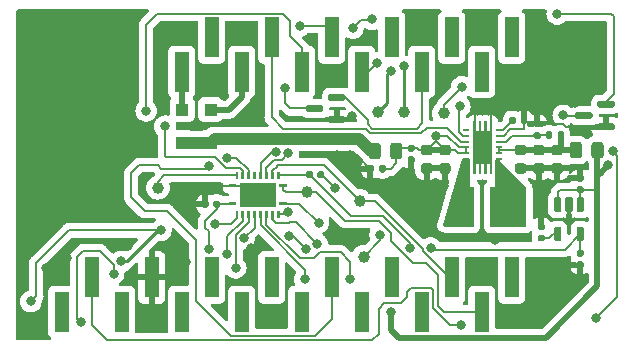
<source format=gbr>
G04 #@! TF.GenerationSoftware,KiCad,Pcbnew,6.0.10+dfsg-1~bpo11+1*
G04 #@! TF.CreationDate,2023-02-14T08:24:13+00:00*
G04 #@! TF.ProjectId,cellular-featherwing-pcb,63656c6c-756c-4617-922d-666561746865,rev?*
G04 #@! TF.SameCoordinates,Original*
G04 #@! TF.FileFunction,Copper,L2,Bot*
G04 #@! TF.FilePolarity,Positive*
%FSLAX46Y46*%
G04 Gerber Fmt 4.6, Leading zero omitted, Abs format (unit mm)*
G04 Created by KiCad (PCBNEW 6.0.10+dfsg-1~bpo11+1) date 2023-02-14 08:24:13*
%MOMM*%
%LPD*%
G01*
G04 APERTURE LIST*
G04 #@! TA.AperFunction,SMDPad,CuDef*
%ADD10R,1.270000X3.430000*%
G04 #@! TD*
G04 #@! TA.AperFunction,SMDPad,CuDef*
%ADD11C,1.000000*%
G04 #@! TD*
G04 #@! TA.AperFunction,SMDPad,CuDef*
%ADD12R,1.100000X1.100000*%
G04 #@! TD*
G04 #@! TA.AperFunction,SMDPad,CuDef*
%ADD13O,0.600000X0.240000*%
G04 #@! TD*
G04 #@! TA.AperFunction,SMDPad,CuDef*
%ADD14R,0.980000X3.400000*%
G04 #@! TD*
G04 #@! TA.AperFunction,SMDPad,CuDef*
%ADD15R,3.050000X2.050000*%
G04 #@! TD*
G04 #@! TA.AperFunction,ViaPad*
%ADD16C,0.800000*%
G04 #@! TD*
G04 #@! TA.AperFunction,Conductor*
%ADD17C,0.200000*%
G04 #@! TD*
G04 #@! TA.AperFunction,Conductor*
%ADD18C,0.500000*%
G04 #@! TD*
G04 #@! TA.AperFunction,Conductor*
%ADD19C,0.250000*%
G04 #@! TD*
G04 #@! TA.AperFunction,Conductor*
%ADD20C,1.000000*%
G04 #@! TD*
G04 APERTURE END LIST*
G04 #@! TA.AperFunction,SMDPad,CuDef*
G36*
G01*
X167500000Y-91975000D02*
X168000000Y-91975000D01*
G75*
G02*
X168225000Y-92200000I0J-225000D01*
G01*
X168225000Y-92650000D01*
G75*
G02*
X168000000Y-92875000I-225000J0D01*
G01*
X167500000Y-92875000D01*
G75*
G02*
X167275000Y-92650000I0J225000D01*
G01*
X167275000Y-92200000D01*
G75*
G02*
X167500000Y-91975000I225000J0D01*
G01*
G37*
G04 #@! TD.AperFunction*
G04 #@! TA.AperFunction,SMDPad,CuDef*
G36*
G01*
X167500000Y-93525000D02*
X168000000Y-93525000D01*
G75*
G02*
X168225000Y-93750000I0J-225000D01*
G01*
X168225000Y-94200000D01*
G75*
G02*
X168000000Y-94425000I-225000J0D01*
G01*
X167500000Y-94425000D01*
G75*
G02*
X167275000Y-94200000I0J225000D01*
G01*
X167275000Y-93750000D01*
G75*
G02*
X167500000Y-93525000I225000J0D01*
G01*
G37*
G04 #@! TD.AperFunction*
D10*
X127350000Y-106126000D03*
X129890000Y-103206000D03*
X132430000Y-106126000D03*
X134970000Y-103206000D03*
X137510000Y-106126000D03*
X140050000Y-103206000D03*
X142590000Y-106126000D03*
X145130000Y-103206000D03*
X147670000Y-106126000D03*
X150210000Y-103206000D03*
X152750000Y-106126000D03*
X155290000Y-103206000D03*
X157830000Y-106126000D03*
X160370000Y-103206000D03*
X162910000Y-106126000D03*
X165450000Y-103206000D03*
G04 #@! TA.AperFunction,SMDPad,CuDef*
G36*
G01*
X151375000Y-87800000D02*
X151375000Y-88100000D01*
G75*
G02*
X151225000Y-88250000I-150000J0D01*
G01*
X150050000Y-88250000D01*
G75*
G02*
X149900000Y-88100000I0J150000D01*
G01*
X149900000Y-87800000D01*
G75*
G02*
X150050000Y-87650000I150000J0D01*
G01*
X151225000Y-87650000D01*
G75*
G02*
X151375000Y-87800000I0J-150000D01*
G01*
G37*
G04 #@! TD.AperFunction*
G04 #@! TA.AperFunction,SMDPad,CuDef*
G36*
G01*
X151375000Y-89700000D02*
X151375000Y-90000000D01*
G75*
G02*
X151225000Y-90150000I-150000J0D01*
G01*
X150050000Y-90150000D01*
G75*
G02*
X149900000Y-90000000I0J150000D01*
G01*
X149900000Y-89700000D01*
G75*
G02*
X150050000Y-89550000I150000J0D01*
G01*
X151225000Y-89550000D01*
G75*
G02*
X151375000Y-89700000I0J-150000D01*
G01*
G37*
G04 #@! TD.AperFunction*
G04 #@! TA.AperFunction,SMDPad,CuDef*
G36*
G01*
X149500000Y-88750000D02*
X149500000Y-89050000D01*
G75*
G02*
X149350000Y-89200000I-150000J0D01*
G01*
X148175000Y-89200000D01*
G75*
G02*
X148025000Y-89050000I0J150000D01*
G01*
X148025000Y-88750000D01*
G75*
G02*
X148175000Y-88600000I150000J0D01*
G01*
X149350000Y-88600000D01*
G75*
G02*
X149500000Y-88750000I0J-150000D01*
G01*
G37*
G04 #@! TD.AperFunction*
G04 #@! TA.AperFunction,SMDPad,CuDef*
G36*
G01*
X169140000Y-96427500D02*
X169560000Y-96427500D01*
G75*
G02*
X169650000Y-96517500I0J-90000D01*
G01*
X169650000Y-97557500D01*
G75*
G02*
X169560000Y-97647500I-90000J0D01*
G01*
X169140000Y-97647500D01*
G75*
G02*
X169050000Y-97557500I0J90000D01*
G01*
X169050000Y-96517500D01*
G75*
G02*
X169140000Y-96427500I90000J0D01*
G01*
G37*
G04 #@! TD.AperFunction*
G04 #@! TA.AperFunction,SMDPad,CuDef*
G36*
G01*
X170090000Y-96427500D02*
X170510000Y-96427500D01*
G75*
G02*
X170600000Y-96517500I0J-90000D01*
G01*
X170600000Y-97557500D01*
G75*
G02*
X170510000Y-97647500I-90000J0D01*
G01*
X170090000Y-97647500D01*
G75*
G02*
X170000000Y-97557500I0J90000D01*
G01*
X170000000Y-96517500D01*
G75*
G02*
X170090000Y-96427500I90000J0D01*
G01*
G37*
G04 #@! TD.AperFunction*
G04 #@! TA.AperFunction,SMDPad,CuDef*
G36*
G01*
X171040000Y-96427500D02*
X171460000Y-96427500D01*
G75*
G02*
X171550000Y-96517500I0J-90000D01*
G01*
X171550000Y-97557500D01*
G75*
G02*
X171460000Y-97647500I-90000J0D01*
G01*
X171040000Y-97647500D01*
G75*
G02*
X170950000Y-97557500I0J90000D01*
G01*
X170950000Y-96517500D01*
G75*
G02*
X171040000Y-96427500I90000J0D01*
G01*
G37*
G04 #@! TD.AperFunction*
G04 #@! TA.AperFunction,SMDPad,CuDef*
G36*
G01*
X171040000Y-98917500D02*
X171460000Y-98917500D01*
G75*
G02*
X171550000Y-99007500I0J-90000D01*
G01*
X171550000Y-100047500D01*
G75*
G02*
X171460000Y-100137500I-90000J0D01*
G01*
X171040000Y-100137500D01*
G75*
G02*
X170950000Y-100047500I0J90000D01*
G01*
X170950000Y-99007500D01*
G75*
G02*
X171040000Y-98917500I90000J0D01*
G01*
G37*
G04 #@! TD.AperFunction*
G04 #@! TA.AperFunction,SMDPad,CuDef*
G36*
G01*
X169140000Y-98917500D02*
X169560000Y-98917500D01*
G75*
G02*
X169650000Y-99007500I0J-90000D01*
G01*
X169650000Y-100047500D01*
G75*
G02*
X169560000Y-100137500I-90000J0D01*
G01*
X169140000Y-100137500D01*
G75*
G02*
X169050000Y-100047500I0J90000D01*
G01*
X169050000Y-99007500D01*
G75*
G02*
X169140000Y-98917500I90000J0D01*
G01*
G37*
G04 #@! TD.AperFunction*
D11*
X135500000Y-95600000D03*
G04 #@! TA.AperFunction,SMDPad,CuDef*
G36*
G01*
X148040000Y-94670000D02*
X148040000Y-94330000D01*
G75*
G02*
X148180000Y-94190000I140000J0D01*
G01*
X148460000Y-94190000D01*
G75*
G02*
X148600000Y-94330000I0J-140000D01*
G01*
X148600000Y-94670000D01*
G75*
G02*
X148460000Y-94810000I-140000J0D01*
G01*
X148180000Y-94810000D01*
G75*
G02*
X148040000Y-94670000I0J140000D01*
G01*
G37*
G04 #@! TD.AperFunction*
G04 #@! TA.AperFunction,SMDPad,CuDef*
G36*
G01*
X149000000Y-94670000D02*
X149000000Y-94330000D01*
G75*
G02*
X149140000Y-94190000I140000J0D01*
G01*
X149420000Y-94190000D01*
G75*
G02*
X149560000Y-94330000I0J-140000D01*
G01*
X149560000Y-94670000D01*
G75*
G02*
X149420000Y-94810000I-140000J0D01*
G01*
X149140000Y-94810000D01*
G75*
G02*
X149000000Y-94670000I0J140000D01*
G01*
G37*
G04 #@! TD.AperFunction*
G04 #@! TA.AperFunction,SMDPad,CuDef*
G36*
G01*
X170375000Y-92875000D02*
X170375000Y-91975000D01*
G75*
G02*
X170625000Y-91725000I250000J0D01*
G01*
X171150000Y-91725000D01*
G75*
G02*
X171400000Y-91975000I0J-250000D01*
G01*
X171400000Y-92875000D01*
G75*
G02*
X171150000Y-93125000I-250000J0D01*
G01*
X170625000Y-93125000D01*
G75*
G02*
X170375000Y-92875000I0J250000D01*
G01*
G37*
G04 #@! TD.AperFunction*
G04 #@! TA.AperFunction,SMDPad,CuDef*
G36*
G01*
X172200000Y-92875000D02*
X172200000Y-91975000D01*
G75*
G02*
X172450000Y-91725000I250000J0D01*
G01*
X172975000Y-91725000D01*
G75*
G02*
X173225000Y-91975000I0J-250000D01*
G01*
X173225000Y-92875000D01*
G75*
G02*
X172975000Y-93125000I-250000J0D01*
G01*
X172450000Y-93125000D01*
G75*
G02*
X172200000Y-92875000I0J250000D01*
G01*
G37*
G04 #@! TD.AperFunction*
G04 #@! TA.AperFunction,SMDPad,CuDef*
G36*
G01*
X165950000Y-91975000D02*
X166450000Y-91975000D01*
G75*
G02*
X166675000Y-92200000I0J-225000D01*
G01*
X166675000Y-92650000D01*
G75*
G02*
X166450000Y-92875000I-225000J0D01*
G01*
X165950000Y-92875000D01*
G75*
G02*
X165725000Y-92650000I0J225000D01*
G01*
X165725000Y-92200000D01*
G75*
G02*
X165950000Y-91975000I225000J0D01*
G01*
G37*
G04 #@! TD.AperFunction*
G04 #@! TA.AperFunction,SMDPad,CuDef*
G36*
G01*
X165950000Y-93525000D02*
X166450000Y-93525000D01*
G75*
G02*
X166675000Y-93750000I0J-225000D01*
G01*
X166675000Y-94200000D01*
G75*
G02*
X166450000Y-94425000I-225000J0D01*
G01*
X165950000Y-94425000D01*
G75*
G02*
X165725000Y-94200000I0J225000D01*
G01*
X165725000Y-93750000D01*
G75*
G02*
X165950000Y-93525000I225000J0D01*
G01*
G37*
G04 #@! TD.AperFunction*
G04 #@! TA.AperFunction,SMDPad,CuDef*
G36*
G01*
X154780000Y-93815000D02*
X154780000Y-94185000D01*
G75*
G02*
X154645000Y-94320000I-135000J0D01*
G01*
X154375000Y-94320000D01*
G75*
G02*
X154240000Y-94185000I0J135000D01*
G01*
X154240000Y-93815000D01*
G75*
G02*
X154375000Y-93680000I135000J0D01*
G01*
X154645000Y-93680000D01*
G75*
G02*
X154780000Y-93815000I0J-135000D01*
G01*
G37*
G04 #@! TD.AperFunction*
G04 #@! TA.AperFunction,SMDPad,CuDef*
G36*
G01*
X153760000Y-93815000D02*
X153760000Y-94185000D01*
G75*
G02*
X153625000Y-94320000I-135000J0D01*
G01*
X153355000Y-94320000D01*
G75*
G02*
X153220000Y-94185000I0J135000D01*
G01*
X153220000Y-93815000D01*
G75*
G02*
X153355000Y-93680000I135000J0D01*
G01*
X153625000Y-93680000D01*
G75*
G02*
X153760000Y-93815000I0J-135000D01*
G01*
G37*
G04 #@! TD.AperFunction*
G04 #@! TA.AperFunction,SMDPad,CuDef*
G36*
G01*
X159550000Y-91975000D02*
X160050000Y-91975000D01*
G75*
G02*
X160275000Y-92200000I0J-225000D01*
G01*
X160275000Y-92650000D01*
G75*
G02*
X160050000Y-92875000I-225000J0D01*
G01*
X159550000Y-92875000D01*
G75*
G02*
X159325000Y-92650000I0J225000D01*
G01*
X159325000Y-92200000D01*
G75*
G02*
X159550000Y-91975000I225000J0D01*
G01*
G37*
G04 #@! TD.AperFunction*
G04 #@! TA.AperFunction,SMDPad,CuDef*
G36*
G01*
X159550000Y-93525000D02*
X160050000Y-93525000D01*
G75*
G02*
X160275000Y-93750000I0J-225000D01*
G01*
X160275000Y-94200000D01*
G75*
G02*
X160050000Y-94425000I-225000J0D01*
G01*
X159550000Y-94425000D01*
G75*
G02*
X159325000Y-94200000I0J225000D01*
G01*
X159325000Y-93750000D01*
G75*
G02*
X159550000Y-93525000I225000J0D01*
G01*
G37*
G04 #@! TD.AperFunction*
X152600000Y-96750000D03*
G04 #@! TA.AperFunction,SMDPad,CuDef*
G36*
G01*
X171080000Y-100890000D02*
X171420000Y-100890000D01*
G75*
G02*
X171560000Y-101030000I0J-140000D01*
G01*
X171560000Y-101310000D01*
G75*
G02*
X171420000Y-101450000I-140000J0D01*
G01*
X171080000Y-101450000D01*
G75*
G02*
X170940000Y-101310000I0J140000D01*
G01*
X170940000Y-101030000D01*
G75*
G02*
X171080000Y-100890000I140000J0D01*
G01*
G37*
G04 #@! TD.AperFunction*
G04 #@! TA.AperFunction,SMDPad,CuDef*
G36*
G01*
X171080000Y-101850000D02*
X171420000Y-101850000D01*
G75*
G02*
X171560000Y-101990000I0J-140000D01*
G01*
X171560000Y-102270000D01*
G75*
G02*
X171420000Y-102410000I-140000J0D01*
G01*
X171080000Y-102410000D01*
G75*
G02*
X170940000Y-102270000I0J140000D01*
G01*
X170940000Y-101990000D01*
G75*
G02*
X171080000Y-101850000I140000J0D01*
G01*
G37*
G04 #@! TD.AperFunction*
D12*
X139950000Y-91800000D03*
X139950000Y-89000000D03*
D13*
X164387500Y-90700000D03*
X164387500Y-91200000D03*
X164387500Y-91700000D03*
X164387500Y-92200000D03*
X164387500Y-92700000D03*
X164387500Y-93200000D03*
X164387500Y-93700000D03*
X161587500Y-93700000D03*
X161587500Y-93200000D03*
X161587500Y-92700000D03*
X161587500Y-92200000D03*
X161587500Y-91700000D03*
X161587500Y-91200000D03*
X161587500Y-90700000D03*
G04 #@! TA.AperFunction,SMDPad,CuDef*
G36*
X163573964Y-94403536D02*
G01*
X163572500Y-94400000D01*
X163572500Y-93630000D01*
X163322500Y-93630000D01*
X163322500Y-94400000D01*
X163321036Y-94403536D01*
X163317500Y-94405000D01*
X163117500Y-94405000D01*
X163113964Y-94403536D01*
X163112500Y-94400000D01*
X163112500Y-93630000D01*
X162862500Y-93630000D01*
X162862500Y-94400000D01*
X162861036Y-94403536D01*
X162857500Y-94405000D01*
X162657500Y-94405000D01*
X162653964Y-94403536D01*
X162652500Y-94400000D01*
X162652500Y-93630000D01*
X162402500Y-93630000D01*
X162402500Y-94400000D01*
X162401036Y-94403536D01*
X162397500Y-94405000D01*
X162197500Y-94405000D01*
X162193964Y-94403536D01*
X162192500Y-94400000D01*
X162192500Y-90000000D01*
X162193964Y-89996464D01*
X162197500Y-89995000D01*
X162397500Y-89995000D01*
X162401036Y-89996464D01*
X162402500Y-90000000D01*
X162402500Y-90770000D01*
X162652500Y-90770000D01*
X162652500Y-90000000D01*
X162653964Y-89996464D01*
X162657500Y-89995000D01*
X162857500Y-89995000D01*
X162861036Y-89996464D01*
X162862500Y-90000000D01*
X162862500Y-90770000D01*
X163112500Y-90770000D01*
X163112500Y-90000000D01*
X163113964Y-89996464D01*
X163117500Y-89995000D01*
X163317500Y-89995000D01*
X163321036Y-89996464D01*
X163322500Y-90000000D01*
X163322500Y-90770000D01*
X163572500Y-90770000D01*
X163572500Y-90000000D01*
X163573964Y-89996464D01*
X163577500Y-89995000D01*
X163777500Y-89995000D01*
X163781036Y-89996464D01*
X163782500Y-90000000D01*
X163782500Y-94400000D01*
X163781036Y-94403536D01*
X163777500Y-94405000D01*
X163577500Y-94405000D01*
X163573964Y-94403536D01*
G37*
G04 #@! TD.AperFunction*
D11*
X154100000Y-89200000D03*
G04 #@! TA.AperFunction,SMDPad,CuDef*
G36*
G01*
X153325000Y-92950000D02*
X153325000Y-92050000D01*
G75*
G02*
X153575000Y-91800000I250000J0D01*
G01*
X154100000Y-91800000D01*
G75*
G02*
X154350000Y-92050000I0J-250000D01*
G01*
X154350000Y-92950000D01*
G75*
G02*
X154100000Y-93200000I-250000J0D01*
G01*
X153575000Y-93200000D01*
G75*
G02*
X153325000Y-92950000I0J250000D01*
G01*
G37*
G04 #@! TD.AperFunction*
G04 #@! TA.AperFunction,SMDPad,CuDef*
G36*
G01*
X155150000Y-92950000D02*
X155150000Y-92050000D01*
G75*
G02*
X155400000Y-91800000I250000J0D01*
G01*
X155925000Y-91800000D01*
G75*
G02*
X156175000Y-92050000I0J-250000D01*
G01*
X156175000Y-92950000D01*
G75*
G02*
X155925000Y-93200000I-250000J0D01*
G01*
X155400000Y-93200000D01*
G75*
G02*
X155150000Y-92950000I0J250000D01*
G01*
G37*
G04 #@! TD.AperFunction*
G04 #@! TA.AperFunction,SMDPad,CuDef*
G36*
G01*
X156780000Y-91990000D02*
X157120000Y-91990000D01*
G75*
G02*
X157260000Y-92130000I0J-140000D01*
G01*
X157260000Y-92410000D01*
G75*
G02*
X157120000Y-92550000I-140000J0D01*
G01*
X156780000Y-92550000D01*
G75*
G02*
X156640000Y-92410000I0J140000D01*
G01*
X156640000Y-92130000D01*
G75*
G02*
X156780000Y-91990000I140000J0D01*
G01*
G37*
G04 #@! TD.AperFunction*
G04 #@! TA.AperFunction,SMDPad,CuDef*
G36*
G01*
X156780000Y-92950000D02*
X157120000Y-92950000D01*
G75*
G02*
X157260000Y-93090000I0J-140000D01*
G01*
X157260000Y-93370000D01*
G75*
G02*
X157120000Y-93510000I-140000J0D01*
G01*
X156780000Y-93510000D01*
G75*
G02*
X156640000Y-93370000I0J140000D01*
G01*
X156640000Y-93090000D01*
G75*
G02*
X156780000Y-92950000I140000J0D01*
G01*
G37*
G04 #@! TD.AperFunction*
G04 #@! TA.AperFunction,SMDPad,CuDef*
G36*
G01*
X167785000Y-91470000D02*
X167415000Y-91470000D01*
G75*
G02*
X167280000Y-91335000I0J135000D01*
G01*
X167280000Y-91065000D01*
G75*
G02*
X167415000Y-90930000I135000J0D01*
G01*
X167785000Y-90930000D01*
G75*
G02*
X167920000Y-91065000I0J-135000D01*
G01*
X167920000Y-91335000D01*
G75*
G02*
X167785000Y-91470000I-135000J0D01*
G01*
G37*
G04 #@! TD.AperFunction*
G04 #@! TA.AperFunction,SMDPad,CuDef*
G36*
G01*
X167785000Y-90450000D02*
X167415000Y-90450000D01*
G75*
G02*
X167280000Y-90315000I0J135000D01*
G01*
X167280000Y-90045000D01*
G75*
G02*
X167415000Y-89910000I135000J0D01*
G01*
X167785000Y-89910000D01*
G75*
G02*
X167920000Y-90045000I0J-135000D01*
G01*
X167920000Y-90315000D01*
G75*
G02*
X167785000Y-90450000I-135000J0D01*
G01*
G37*
G04 #@! TD.AperFunction*
G04 #@! TA.AperFunction,SMDPad,CuDef*
G36*
G01*
X169880000Y-90965000D02*
X169880000Y-91335000D01*
G75*
G02*
X169745000Y-91470000I-135000J0D01*
G01*
X169475000Y-91470000D01*
G75*
G02*
X169340000Y-91335000I0J135000D01*
G01*
X169340000Y-90965000D01*
G75*
G02*
X169475000Y-90830000I135000J0D01*
G01*
X169745000Y-90830000D01*
G75*
G02*
X169880000Y-90965000I0J-135000D01*
G01*
G37*
G04 #@! TD.AperFunction*
G04 #@! TA.AperFunction,SMDPad,CuDef*
G36*
G01*
X168860000Y-90965000D02*
X168860000Y-91335000D01*
G75*
G02*
X168725000Y-91470000I-135000J0D01*
G01*
X168455000Y-91470000D01*
G75*
G02*
X168320000Y-91335000I0J135000D01*
G01*
X168320000Y-90965000D01*
G75*
G02*
X168455000Y-90830000I135000J0D01*
G01*
X168725000Y-90830000D01*
G75*
G02*
X168860000Y-90965000I0J-135000D01*
G01*
G37*
G04 #@! TD.AperFunction*
D14*
X164135000Y-97250000D03*
X161765000Y-97250000D03*
G04 #@! TA.AperFunction,SMDPad,CuDef*
G36*
G01*
X174175000Y-88400000D02*
X174175000Y-88700000D01*
G75*
G02*
X174025000Y-88850000I-150000J0D01*
G01*
X172850000Y-88850000D01*
G75*
G02*
X172700000Y-88700000I0J150000D01*
G01*
X172700000Y-88400000D01*
G75*
G02*
X172850000Y-88250000I150000J0D01*
G01*
X174025000Y-88250000D01*
G75*
G02*
X174175000Y-88400000I0J-150000D01*
G01*
G37*
G04 #@! TD.AperFunction*
G04 #@! TA.AperFunction,SMDPad,CuDef*
G36*
G01*
X174175000Y-90300000D02*
X174175000Y-90600000D01*
G75*
G02*
X174025000Y-90750000I-150000J0D01*
G01*
X172850000Y-90750000D01*
G75*
G02*
X172700000Y-90600000I0J150000D01*
G01*
X172700000Y-90300000D01*
G75*
G02*
X172850000Y-90150000I150000J0D01*
G01*
X174025000Y-90150000D01*
G75*
G02*
X174175000Y-90300000I0J-150000D01*
G01*
G37*
G04 #@! TD.AperFunction*
G04 #@! TA.AperFunction,SMDPad,CuDef*
G36*
G01*
X172300000Y-89350000D02*
X172300000Y-89650000D01*
G75*
G02*
X172150000Y-89800000I-150000J0D01*
G01*
X170975000Y-89800000D01*
G75*
G02*
X170825000Y-89650000I0J150000D01*
G01*
X170825000Y-89350000D01*
G75*
G02*
X170975000Y-89200000I150000J0D01*
G01*
X172150000Y-89200000D01*
G75*
G02*
X172300000Y-89350000I0J-150000D01*
G01*
G37*
G04 #@! TD.AperFunction*
G04 #@! TA.AperFunction,SMDPad,CuDef*
G36*
G01*
X171420000Y-96060000D02*
X171080000Y-96060000D01*
G75*
G02*
X170940000Y-95920000I0J140000D01*
G01*
X170940000Y-95640000D01*
G75*
G02*
X171080000Y-95500000I140000J0D01*
G01*
X171420000Y-95500000D01*
G75*
G02*
X171560000Y-95640000I0J-140000D01*
G01*
X171560000Y-95920000D01*
G75*
G02*
X171420000Y-96060000I-140000J0D01*
G01*
G37*
G04 #@! TD.AperFunction*
G04 #@! TA.AperFunction,SMDPad,CuDef*
G36*
G01*
X171420000Y-95100000D02*
X171080000Y-95100000D01*
G75*
G02*
X170940000Y-94960000I0J140000D01*
G01*
X170940000Y-94680000D01*
G75*
G02*
X171080000Y-94540000I140000J0D01*
G01*
X171420000Y-94540000D01*
G75*
G02*
X171560000Y-94680000I0J-140000D01*
G01*
X171560000Y-94960000D01*
G75*
G02*
X171420000Y-95100000I-140000J0D01*
G01*
G37*
G04 #@! TD.AperFunction*
G04 #@! TA.AperFunction,SMDPad,CuDef*
G36*
G01*
X140760000Y-96830000D02*
X140760000Y-97170000D01*
G75*
G02*
X140620000Y-97310000I-140000J0D01*
G01*
X140340000Y-97310000D01*
G75*
G02*
X140200000Y-97170000I0J140000D01*
G01*
X140200000Y-96830000D01*
G75*
G02*
X140340000Y-96690000I140000J0D01*
G01*
X140620000Y-96690000D01*
G75*
G02*
X140760000Y-96830000I0J-140000D01*
G01*
G37*
G04 #@! TD.AperFunction*
G04 #@! TA.AperFunction,SMDPad,CuDef*
G36*
G01*
X139800000Y-96830000D02*
X139800000Y-97170000D01*
G75*
G02*
X139660000Y-97310000I-140000J0D01*
G01*
X139380000Y-97310000D01*
G75*
G02*
X139240000Y-97170000I0J140000D01*
G01*
X139240000Y-96830000D01*
G75*
G02*
X139380000Y-96690000I140000J0D01*
G01*
X139660000Y-96690000D01*
G75*
G02*
X139800000Y-96830000I0J-140000D01*
G01*
G37*
G04 #@! TD.AperFunction*
D11*
X156300000Y-89200000D03*
D12*
X137550000Y-91800000D03*
X137550000Y-89000000D03*
G04 #@! TA.AperFunction,SMDPad,CuDef*
G36*
G01*
X146385100Y-97070000D02*
X145789900Y-97070000D01*
G75*
G02*
X145787500Y-97067600I0J2400D01*
G01*
X145787500Y-96832400D01*
G75*
G02*
X145789900Y-96830000I2400J0D01*
G01*
X146385100Y-96830000D01*
G75*
G02*
X146387500Y-96832400I0J-2400D01*
G01*
X146387500Y-97067600D01*
G75*
G02*
X146385100Y-97070000I-2400J0D01*
G01*
G37*
G04 #@! TD.AperFunction*
G04 #@! TA.AperFunction,SMDPad,CuDef*
G36*
G01*
X145805100Y-98150000D02*
X145569900Y-98150000D01*
G75*
G02*
X145567500Y-98147600I0J2400D01*
G01*
X145567500Y-97552400D01*
G75*
G02*
X145569900Y-97550000I2400J0D01*
G01*
X145805100Y-97550000D01*
G75*
G02*
X145807500Y-97552400I0J-2400D01*
G01*
X145807500Y-98147600D01*
G75*
G02*
X145805100Y-98150000I-2400J0D01*
G01*
G37*
G04 #@! TD.AperFunction*
G04 #@! TA.AperFunction,SMDPad,CuDef*
G36*
G01*
X145305100Y-98150000D02*
X145069900Y-98150000D01*
G75*
G02*
X145067500Y-98147600I0J2400D01*
G01*
X145067500Y-97552400D01*
G75*
G02*
X145069900Y-97550000I2400J0D01*
G01*
X145305100Y-97550000D01*
G75*
G02*
X145307500Y-97552400I0J-2400D01*
G01*
X145307500Y-98147600D01*
G75*
G02*
X145305100Y-98150000I-2400J0D01*
G01*
G37*
G04 #@! TD.AperFunction*
G04 #@! TA.AperFunction,SMDPad,CuDef*
G36*
G01*
X144805100Y-98150000D02*
X144569900Y-98150000D01*
G75*
G02*
X144567500Y-98147600I0J2400D01*
G01*
X144567500Y-97552400D01*
G75*
G02*
X144569900Y-97550000I2400J0D01*
G01*
X144805100Y-97550000D01*
G75*
G02*
X144807500Y-97552400I0J-2400D01*
G01*
X144807500Y-98147600D01*
G75*
G02*
X144805100Y-98150000I-2400J0D01*
G01*
G37*
G04 #@! TD.AperFunction*
G04 #@! TA.AperFunction,SMDPad,CuDef*
G36*
G01*
X144305100Y-98150000D02*
X144069900Y-98150000D01*
G75*
G02*
X144067500Y-98147600I0J2400D01*
G01*
X144067500Y-97552400D01*
G75*
G02*
X144069900Y-97550000I2400J0D01*
G01*
X144305100Y-97550000D01*
G75*
G02*
X144307500Y-97552400I0J-2400D01*
G01*
X144307500Y-98147600D01*
G75*
G02*
X144305100Y-98150000I-2400J0D01*
G01*
G37*
G04 #@! TD.AperFunction*
G04 #@! TA.AperFunction,SMDPad,CuDef*
G36*
G01*
X143805100Y-98150000D02*
X143569900Y-98150000D01*
G75*
G02*
X143567500Y-98147600I0J2400D01*
G01*
X143567500Y-97552400D01*
G75*
G02*
X143569900Y-97550000I2400J0D01*
G01*
X143805100Y-97550000D01*
G75*
G02*
X143807500Y-97552400I0J-2400D01*
G01*
X143807500Y-98147600D01*
G75*
G02*
X143805100Y-98150000I-2400J0D01*
G01*
G37*
G04 #@! TD.AperFunction*
G04 #@! TA.AperFunction,SMDPad,CuDef*
G36*
G01*
X143305100Y-98150000D02*
X143069900Y-98150000D01*
G75*
G02*
X143067500Y-98147600I0J2400D01*
G01*
X143067500Y-97552400D01*
G75*
G02*
X143069900Y-97550000I2400J0D01*
G01*
X143305100Y-97550000D01*
G75*
G02*
X143307500Y-97552400I0J-2400D01*
G01*
X143307500Y-98147600D01*
G75*
G02*
X143305100Y-98150000I-2400J0D01*
G01*
G37*
G04 #@! TD.AperFunction*
G04 #@! TA.AperFunction,SMDPad,CuDef*
G36*
G01*
X142805100Y-98150000D02*
X142569900Y-98150000D01*
G75*
G02*
X142567500Y-98147600I0J2400D01*
G01*
X142567500Y-97552400D01*
G75*
G02*
X142569900Y-97550000I2400J0D01*
G01*
X142805100Y-97550000D01*
G75*
G02*
X142807500Y-97552400I0J-2400D01*
G01*
X142807500Y-98147600D01*
G75*
G02*
X142805100Y-98150000I-2400J0D01*
G01*
G37*
G04 #@! TD.AperFunction*
G04 #@! TA.AperFunction,SMDPad,CuDef*
G36*
G01*
X142305100Y-98150000D02*
X142069900Y-98150000D01*
G75*
G02*
X142067500Y-98147600I0J2400D01*
G01*
X142067500Y-97552400D01*
G75*
G02*
X142069900Y-97550000I2400J0D01*
G01*
X142305100Y-97550000D01*
G75*
G02*
X142307500Y-97552400I0J-2400D01*
G01*
X142307500Y-98147600D01*
G75*
G02*
X142305100Y-98150000I-2400J0D01*
G01*
G37*
G04 #@! TD.AperFunction*
G04 #@! TA.AperFunction,SMDPad,CuDef*
G36*
G01*
X142085100Y-97070000D02*
X141489900Y-97070000D01*
G75*
G02*
X141487500Y-97067600I0J2400D01*
G01*
X141487500Y-96832400D01*
G75*
G02*
X141489900Y-96830000I2400J0D01*
G01*
X142085100Y-96830000D01*
G75*
G02*
X142087500Y-96832400I0J-2400D01*
G01*
X142087500Y-97067600D01*
G75*
G02*
X142085100Y-97070000I-2400J0D01*
G01*
G37*
G04 #@! TD.AperFunction*
G04 #@! TA.AperFunction,SMDPad,CuDef*
G36*
G01*
X142085100Y-95570000D02*
X141489900Y-95570000D01*
G75*
G02*
X141487500Y-95567600I0J2400D01*
G01*
X141487500Y-95332400D01*
G75*
G02*
X141489900Y-95330000I2400J0D01*
G01*
X142085100Y-95330000D01*
G75*
G02*
X142087500Y-95332400I0J-2400D01*
G01*
X142087500Y-95567600D01*
G75*
G02*
X142085100Y-95570000I-2400J0D01*
G01*
G37*
G04 #@! TD.AperFunction*
G04 #@! TA.AperFunction,SMDPad,CuDef*
G36*
G01*
X142305100Y-94850000D02*
X142069900Y-94850000D01*
G75*
G02*
X142067500Y-94847600I0J2400D01*
G01*
X142067500Y-94252400D01*
G75*
G02*
X142069900Y-94250000I2400J0D01*
G01*
X142305100Y-94250000D01*
G75*
G02*
X142307500Y-94252400I0J-2400D01*
G01*
X142307500Y-94847600D01*
G75*
G02*
X142305100Y-94850000I-2400J0D01*
G01*
G37*
G04 #@! TD.AperFunction*
G04 #@! TA.AperFunction,SMDPad,CuDef*
G36*
G01*
X142805100Y-94850000D02*
X142569900Y-94850000D01*
G75*
G02*
X142567500Y-94847600I0J2400D01*
G01*
X142567500Y-94252400D01*
G75*
G02*
X142569900Y-94250000I2400J0D01*
G01*
X142805100Y-94250000D01*
G75*
G02*
X142807500Y-94252400I0J-2400D01*
G01*
X142807500Y-94847600D01*
G75*
G02*
X142805100Y-94850000I-2400J0D01*
G01*
G37*
G04 #@! TD.AperFunction*
G04 #@! TA.AperFunction,SMDPad,CuDef*
G36*
G01*
X143305100Y-94850000D02*
X143069900Y-94850000D01*
G75*
G02*
X143067500Y-94847600I0J2400D01*
G01*
X143067500Y-94252400D01*
G75*
G02*
X143069900Y-94250000I2400J0D01*
G01*
X143305100Y-94250000D01*
G75*
G02*
X143307500Y-94252400I0J-2400D01*
G01*
X143307500Y-94847600D01*
G75*
G02*
X143305100Y-94850000I-2400J0D01*
G01*
G37*
G04 #@! TD.AperFunction*
G04 #@! TA.AperFunction,SMDPad,CuDef*
G36*
G01*
X143805100Y-94850000D02*
X143569900Y-94850000D01*
G75*
G02*
X143567500Y-94847600I0J2400D01*
G01*
X143567500Y-94252400D01*
G75*
G02*
X143569900Y-94250000I2400J0D01*
G01*
X143805100Y-94250000D01*
G75*
G02*
X143807500Y-94252400I0J-2400D01*
G01*
X143807500Y-94847600D01*
G75*
G02*
X143805100Y-94850000I-2400J0D01*
G01*
G37*
G04 #@! TD.AperFunction*
G04 #@! TA.AperFunction,SMDPad,CuDef*
G36*
G01*
X144305100Y-94850000D02*
X144069900Y-94850000D01*
G75*
G02*
X144067500Y-94847600I0J2400D01*
G01*
X144067500Y-94252400D01*
G75*
G02*
X144069900Y-94250000I2400J0D01*
G01*
X144305100Y-94250000D01*
G75*
G02*
X144307500Y-94252400I0J-2400D01*
G01*
X144307500Y-94847600D01*
G75*
G02*
X144305100Y-94850000I-2400J0D01*
G01*
G37*
G04 #@! TD.AperFunction*
G04 #@! TA.AperFunction,SMDPad,CuDef*
G36*
G01*
X144805100Y-94850000D02*
X144569900Y-94850000D01*
G75*
G02*
X144567500Y-94847600I0J2400D01*
G01*
X144567500Y-94252400D01*
G75*
G02*
X144569900Y-94250000I2400J0D01*
G01*
X144805100Y-94250000D01*
G75*
G02*
X144807500Y-94252400I0J-2400D01*
G01*
X144807500Y-94847600D01*
G75*
G02*
X144805100Y-94850000I-2400J0D01*
G01*
G37*
G04 #@! TD.AperFunction*
G04 #@! TA.AperFunction,SMDPad,CuDef*
G36*
G01*
X145305100Y-94850000D02*
X145069900Y-94850000D01*
G75*
G02*
X145067500Y-94847600I0J2400D01*
G01*
X145067500Y-94252400D01*
G75*
G02*
X145069900Y-94250000I2400J0D01*
G01*
X145305100Y-94250000D01*
G75*
G02*
X145307500Y-94252400I0J-2400D01*
G01*
X145307500Y-94847600D01*
G75*
G02*
X145305100Y-94850000I-2400J0D01*
G01*
G37*
G04 #@! TD.AperFunction*
G04 #@! TA.AperFunction,SMDPad,CuDef*
G36*
G01*
X145805100Y-94850000D02*
X145569900Y-94850000D01*
G75*
G02*
X145567500Y-94847600I0J2400D01*
G01*
X145567500Y-94252400D01*
G75*
G02*
X145569900Y-94250000I2400J0D01*
G01*
X145805100Y-94250000D01*
G75*
G02*
X145807500Y-94252400I0J-2400D01*
G01*
X145807500Y-94847600D01*
G75*
G02*
X145805100Y-94850000I-2400J0D01*
G01*
G37*
G04 #@! TD.AperFunction*
G04 #@! TA.AperFunction,SMDPad,CuDef*
G36*
G01*
X146385100Y-95570000D02*
X145789900Y-95570000D01*
G75*
G02*
X145787500Y-95567600I0J2400D01*
G01*
X145787500Y-95332400D01*
G75*
G02*
X145789900Y-95330000I2400J0D01*
G01*
X146385100Y-95330000D01*
G75*
G02*
X146387500Y-95332400I0J-2400D01*
G01*
X146387500Y-95567600D01*
G75*
G02*
X146385100Y-95570000I-2400J0D01*
G01*
G37*
G04 #@! TD.AperFunction*
D15*
X143937500Y-96200000D03*
G04 #@! TA.AperFunction,SMDPad,CuDef*
G36*
G01*
X158000000Y-91975000D02*
X158500000Y-91975000D01*
G75*
G02*
X158725000Y-92200000I0J-225000D01*
G01*
X158725000Y-92650000D01*
G75*
G02*
X158500000Y-92875000I-225000J0D01*
G01*
X158000000Y-92875000D01*
G75*
G02*
X157775000Y-92650000I0J225000D01*
G01*
X157775000Y-92200000D01*
G75*
G02*
X158000000Y-91975000I225000J0D01*
G01*
G37*
G04 #@! TD.AperFunction*
G04 #@! TA.AperFunction,SMDPad,CuDef*
G36*
G01*
X158000000Y-93525000D02*
X158500000Y-93525000D01*
G75*
G02*
X158725000Y-93750000I0J-225000D01*
G01*
X158725000Y-94200000D01*
G75*
G02*
X158500000Y-94425000I-225000J0D01*
G01*
X158000000Y-94425000D01*
G75*
G02*
X157775000Y-94200000I0J225000D01*
G01*
X157775000Y-93750000D01*
G75*
G02*
X158000000Y-93525000I225000J0D01*
G01*
G37*
G04 #@! TD.AperFunction*
D10*
X137510000Y-85800000D03*
X140050000Y-82880000D03*
X142590000Y-85800000D03*
X145130000Y-82880000D03*
X147670000Y-85800000D03*
X150210000Y-82880000D03*
X152750000Y-85800000D03*
X155290000Y-82880000D03*
X157830000Y-85800000D03*
X160370000Y-82880000D03*
X162910000Y-85800000D03*
X165450000Y-82880000D03*
G04 #@! TA.AperFunction,SMDPad,CuDef*
G36*
G01*
X169050000Y-91975000D02*
X169550000Y-91975000D01*
G75*
G02*
X169775000Y-92200000I0J-225000D01*
G01*
X169775000Y-92650000D01*
G75*
G02*
X169550000Y-92875000I-225000J0D01*
G01*
X169050000Y-92875000D01*
G75*
G02*
X168825000Y-92650000I0J225000D01*
G01*
X168825000Y-92200000D01*
G75*
G02*
X169050000Y-91975000I225000J0D01*
G01*
G37*
G04 #@! TD.AperFunction*
G04 #@! TA.AperFunction,SMDPad,CuDef*
G36*
G01*
X169050000Y-93525000D02*
X169550000Y-93525000D01*
G75*
G02*
X169775000Y-93750000I0J-225000D01*
G01*
X169775000Y-94200000D01*
G75*
G02*
X169550000Y-94425000I-225000J0D01*
G01*
X169050000Y-94425000D01*
G75*
G02*
X168825000Y-94200000I0J225000D01*
G01*
X168825000Y-93750000D01*
G75*
G02*
X169050000Y-93525000I225000J0D01*
G01*
G37*
G04 #@! TD.AperFunction*
D11*
X152908000Y-101447600D03*
G04 #@! TA.AperFunction,SMDPad,CuDef*
G36*
G01*
X168120000Y-100160000D02*
X167780000Y-100160000D01*
G75*
G02*
X167640000Y-100020000I0J140000D01*
G01*
X167640000Y-99740000D01*
G75*
G02*
X167780000Y-99600000I140000J0D01*
G01*
X168120000Y-99600000D01*
G75*
G02*
X168260000Y-99740000I0J-140000D01*
G01*
X168260000Y-100020000D01*
G75*
G02*
X168120000Y-100160000I-140000J0D01*
G01*
G37*
G04 #@! TD.AperFunction*
G04 #@! TA.AperFunction,SMDPad,CuDef*
G36*
G01*
X168120000Y-99200000D02*
X167780000Y-99200000D01*
G75*
G02*
X167640000Y-99060000I0J140000D01*
G01*
X167640000Y-98780000D01*
G75*
G02*
X167780000Y-98640000I140000J0D01*
G01*
X168120000Y-98640000D01*
G75*
G02*
X168260000Y-98780000I0J-140000D01*
G01*
X168260000Y-99060000D01*
G75*
G02*
X168120000Y-99200000I-140000J0D01*
G01*
G37*
G04 #@! TD.AperFunction*
G04 #@! TA.AperFunction,SMDPad,CuDef*
G36*
G01*
X165240000Y-90070000D02*
X165240000Y-89730000D01*
G75*
G02*
X165380000Y-89590000I140000J0D01*
G01*
X165660000Y-89590000D01*
G75*
G02*
X165800000Y-89730000I0J-140000D01*
G01*
X165800000Y-90070000D01*
G75*
G02*
X165660000Y-90210000I-140000J0D01*
G01*
X165380000Y-90210000D01*
G75*
G02*
X165240000Y-90070000I0J140000D01*
G01*
G37*
G04 #@! TD.AperFunction*
G04 #@! TA.AperFunction,SMDPad,CuDef*
G36*
G01*
X166200000Y-90070000D02*
X166200000Y-89730000D01*
G75*
G02*
X166340000Y-89590000I140000J0D01*
G01*
X166620000Y-89590000D01*
G75*
G02*
X166760000Y-89730000I0J-140000D01*
G01*
X166760000Y-90070000D01*
G75*
G02*
X166620000Y-90210000I-140000J0D01*
G01*
X166340000Y-90210000D01*
G75*
G02*
X166200000Y-90070000I0J140000D01*
G01*
G37*
G04 #@! TD.AperFunction*
X159700000Y-89300000D03*
X148100000Y-96000000D03*
D16*
X137900000Y-101900000D03*
X164500000Y-86800000D03*
X133110200Y-103389800D03*
X163677600Y-89027000D03*
X127762000Y-101574600D03*
X170800000Y-88400000D03*
X164000000Y-100050000D03*
X168300000Y-82400000D03*
X159689800Y-95427800D03*
X158521400Y-95402400D03*
X162306000Y-88925400D03*
X150698200Y-92837000D03*
X135763000Y-100558600D03*
X150480378Y-95619622D03*
X168300000Y-83600000D03*
X157800000Y-81900000D03*
X168046400Y-95504000D03*
X126034800Y-102387400D03*
X143383000Y-100685600D03*
X156159200Y-95326200D03*
X151900000Y-99650000D03*
X157353000Y-95351600D03*
X132969000Y-100507800D03*
X138100000Y-95600000D03*
X168700000Y-102650000D03*
X124700000Y-107100000D03*
X151739600Y-92862400D03*
X143000000Y-83000000D03*
X125000000Y-97200000D03*
X162800000Y-81900000D03*
X128000000Y-82100000D03*
X151950000Y-89550000D03*
X131200000Y-82100000D03*
X143350000Y-103300000D03*
X149834600Y-85775800D03*
X125300000Y-88800000D03*
X151800000Y-103300000D03*
X139800000Y-93800000D03*
X141362700Y-93073457D03*
X154050000Y-85050000D03*
X145533839Y-92549500D03*
X147500000Y-81899500D03*
X146525067Y-92696754D03*
X158600000Y-100705498D03*
X156828664Y-100717907D03*
X134500000Y-89100000D03*
X136100000Y-90400000D03*
X174000000Y-92500000D03*
X172600000Y-106650000D03*
X161150000Y-107250000D03*
X161239200Y-87045800D03*
X156311600Y-85344000D03*
X155206526Y-85708154D03*
X146216100Y-87200000D03*
X140300000Y-98700000D03*
X153644622Y-81355378D03*
X169300000Y-80900000D03*
X152000000Y-82100000D03*
X139800000Y-100799500D03*
X146501113Y-97658214D03*
X142787360Y-99882968D03*
X149100000Y-98574740D03*
X146629254Y-99674324D03*
X148073920Y-100775410D03*
X148989379Y-100374240D03*
X147950000Y-103350000D03*
X142087600Y-102387400D03*
X141388100Y-101200000D03*
X132410200Y-101854000D03*
X124740000Y-105240000D03*
X135750300Y-99225100D03*
X154305000Y-99593400D03*
X161061400Y-88722200D03*
X159054800Y-91236800D03*
X155270200Y-106146600D03*
X173583600Y-93726000D03*
X128955800Y-107010200D03*
X131749800Y-102895400D03*
X169812382Y-89480856D03*
D17*
X141787500Y-95450000D02*
X143187500Y-95450000D01*
X170060050Y-90450000D02*
X173437500Y-90450000D01*
X141787500Y-95450000D02*
X139850000Y-95450000D01*
X169790050Y-90180000D02*
X170060050Y-90450000D01*
X164387500Y-91200000D02*
X164785686Y-91200000D01*
X139850000Y-95450000D02*
X139500000Y-95800000D01*
X166480000Y-90618800D02*
X166480000Y-89900000D01*
X152352400Y-92862400D02*
X151739600Y-92862400D01*
X165333086Y-90652600D02*
X166446200Y-90652600D01*
X162306000Y-88925400D02*
X162306000Y-89966800D01*
X164785686Y-91200000D02*
X165333086Y-90652600D01*
X153490000Y-94000000D02*
X152352400Y-92862400D01*
X149280000Y-94500000D02*
X149360756Y-94500000D01*
X143187500Y-95450000D02*
X143937500Y-96200000D01*
X139500000Y-95800000D02*
X139500000Y-96980000D01*
X166446200Y-90652600D02*
X166480000Y-90618800D01*
X139500000Y-96980000D02*
X139520000Y-97000000D01*
X167600000Y-90180000D02*
X169790050Y-90180000D01*
X149360756Y-94500000D02*
X150480378Y-95619622D01*
X163677600Y-89027000D02*
X163677600Y-89992200D01*
X151800000Y-101882400D02*
X151800000Y-103300000D01*
X144687500Y-98721814D02*
X147505064Y-101539378D01*
X147505064Y-101539378D02*
X148702072Y-101539378D01*
X150958800Y-101041200D02*
X151800000Y-101882400D01*
X144687500Y-97850000D02*
X144687500Y-98721814D01*
X148702072Y-101539378D02*
X149200250Y-101041200D01*
X149200250Y-101041200D02*
X150958800Y-101041200D01*
X136050000Y-94550000D02*
X135500000Y-95100000D01*
X142187500Y-94550000D02*
X136050000Y-94550000D01*
X135800000Y-94000000D02*
X139800000Y-94000000D01*
X135500000Y-93700000D02*
X135800000Y-94000000D01*
X133200000Y-96400000D02*
X133200000Y-94400000D01*
X136300000Y-97600000D02*
X134400000Y-97600000D01*
X143187500Y-94550000D02*
X143187500Y-94141456D01*
X139800000Y-94000000D02*
X139900000Y-93900000D01*
X141300000Y-93100000D02*
X141400000Y-93200000D01*
X133900000Y-93700000D02*
X135500000Y-93700000D01*
X150210000Y-106690000D02*
X148759000Y-108141000D01*
X138700000Y-100000000D02*
X136300000Y-97600000D01*
X150210000Y-103206000D02*
X150210000Y-106690000D01*
X141400000Y-93110757D02*
X141362700Y-93073457D01*
X143187500Y-94141456D02*
X142146044Y-93100000D01*
X138700000Y-105186000D02*
X138700000Y-100000000D01*
X134400000Y-97600000D02*
X133200000Y-96400000D01*
X133200000Y-94400000D02*
X133900000Y-93700000D01*
X148759000Y-108141000D02*
X141655000Y-108141000D01*
X141655000Y-108141000D02*
X138700000Y-105186000D01*
X142146044Y-93100000D02*
X141300000Y-93100000D01*
X141400000Y-93200000D02*
X141400000Y-93110757D01*
X144187500Y-93512500D02*
X144187500Y-94550000D01*
X145150500Y-92549500D02*
X144187500Y-93512500D01*
X145533839Y-92549500D02*
X145150500Y-92549500D01*
X152750000Y-85800000D02*
X153300000Y-85800000D01*
X153300000Y-85800000D02*
X154050000Y-85050000D01*
X147500500Y-81900000D02*
X149950000Y-81900000D01*
X144687500Y-93912500D02*
X145350500Y-93249500D01*
X145972321Y-93249500D02*
X146525067Y-92696754D01*
X145350500Y-93249500D02*
X145972321Y-93249500D01*
X149950000Y-81900000D02*
X150210000Y-82160000D01*
X147500000Y-81899500D02*
X147500500Y-81900000D01*
X150210000Y-82160000D02*
X150210000Y-82880000D01*
X144687500Y-94550000D02*
X144687500Y-93912500D01*
X160370000Y-103206000D02*
X160110552Y-103206000D01*
X145187500Y-94161389D02*
X145448889Y-93900000D01*
X149550000Y-93700000D02*
X152600000Y-96750000D01*
X157900000Y-100995448D02*
X157900000Y-100800000D01*
X145500000Y-93900000D02*
X145700000Y-93700000D01*
X157900000Y-100800000D02*
X153874000Y-96774000D01*
X145448889Y-93900000D02*
X145500000Y-93900000D01*
X145187500Y-94550000D02*
X145187500Y-94161389D01*
X145700000Y-93700000D02*
X149550000Y-93700000D01*
X153874000Y-96774000D02*
X152624000Y-96774000D01*
X160110552Y-103206000D02*
X157900000Y-100995448D01*
X159200000Y-103000000D02*
X159200000Y-105634314D01*
X155200000Y-99400000D02*
X155200000Y-100079193D01*
X155200000Y-100079193D02*
X157120807Y-102000000D01*
X148900000Y-96000000D02*
X151300000Y-98400000D01*
X159200000Y-105634314D02*
X159691686Y-106126000D01*
X157120807Y-102000000D02*
X158200000Y-102000000D01*
X158200000Y-102000000D02*
X159200000Y-103000000D01*
X146300000Y-96000000D02*
X148900000Y-96000000D01*
X159691686Y-106126000D02*
X162910000Y-106126000D01*
X146087500Y-95787500D02*
X146300000Y-96000000D01*
X151300000Y-98400000D02*
X154200000Y-98400000D01*
X146087500Y-95450000D02*
X146087500Y-95787500D01*
X154200000Y-98400000D02*
X155200000Y-99400000D01*
X158650000Y-100850000D02*
X158600000Y-100800000D01*
X148270000Y-94550000D02*
X148320000Y-94500000D01*
X156828664Y-100717907D02*
X156828664Y-100294350D01*
X171250000Y-99527500D02*
X169927500Y-100850000D01*
X145687500Y-94550000D02*
X148270000Y-94550000D01*
X148347746Y-94500000D02*
X148320000Y-94500000D01*
X169927500Y-100850000D02*
X158650000Y-100850000D01*
X154534314Y-98000000D02*
X151847746Y-98000000D01*
X156828664Y-100294350D02*
X154534314Y-98000000D01*
X151847746Y-98000000D02*
X148347746Y-94500000D01*
X158600000Y-100800000D02*
X158600000Y-100705498D01*
X171250000Y-99527500D02*
X171250000Y-101170000D01*
X142430358Y-93950000D02*
X142687500Y-94207142D01*
X147670000Y-85800000D02*
X147670000Y-83770000D01*
X136100000Y-92900000D02*
X136200000Y-93000000D01*
X136200000Y-93000000D02*
X140300000Y-93000000D01*
X140300000Y-93000000D02*
X141250000Y-93950000D01*
X146700000Y-82800000D02*
X146700000Y-81500000D01*
X146065000Y-80865000D02*
X135435000Y-80865000D01*
X135435000Y-80865000D02*
X134500000Y-81800000D01*
X146700000Y-81500000D02*
X146065000Y-80865000D01*
X142687500Y-94207142D02*
X142687500Y-94550000D01*
X147670000Y-83770000D02*
X146700000Y-82800000D01*
X141250000Y-93950000D02*
X142430358Y-93950000D01*
X136100000Y-90400000D02*
X136100000Y-92900000D01*
X134500000Y-81800000D02*
X134500000Y-89100000D01*
X160250000Y-107250000D02*
X158800000Y-105800000D01*
X174396400Y-92896400D02*
X174396400Y-104853600D01*
X174396400Y-104853600D02*
X172600000Y-106650000D01*
X154200000Y-105850000D02*
X154200000Y-108000000D01*
X174000000Y-92500000D02*
X174396400Y-92896400D01*
X156046000Y-105400000D02*
X154650000Y-105400000D01*
X158800000Y-105800000D02*
X158800000Y-104300000D01*
X156889000Y-104111000D02*
X156600000Y-104400000D01*
X158800000Y-104300000D02*
X158611000Y-104111000D01*
X154200000Y-108000000D02*
X153659000Y-108541000D01*
X129890000Y-107240000D02*
X129890000Y-103206000D01*
X161150000Y-107250000D02*
X160250000Y-107250000D01*
X154650000Y-105400000D02*
X154200000Y-105850000D01*
X156600000Y-104400000D02*
X156600000Y-104846000D01*
X153659000Y-108541000D02*
X131191000Y-108541000D01*
X158611000Y-104111000D02*
X156889000Y-104111000D01*
X131191000Y-108541000D02*
X129890000Y-107240000D01*
X156600000Y-104846000D02*
X156046000Y-105400000D01*
X137510000Y-88960000D02*
X137550000Y-89000000D01*
D18*
X137510000Y-85800000D02*
X137510000Y-88960000D01*
X142590000Y-87910000D02*
X142590000Y-85800000D01*
X141500000Y-89000000D02*
X142590000Y-87910000D01*
X139950000Y-89000000D02*
X141500000Y-89000000D01*
D17*
X153083814Y-90649500D02*
X146117600Y-90649500D01*
X157800000Y-91000000D02*
X153434314Y-91000000D01*
X146117600Y-90649500D02*
X145130000Y-89661900D01*
X145130000Y-89661900D02*
X145130000Y-82880000D01*
X161143600Y-91700000D02*
X159980400Y-90536800D01*
X158263200Y-90536800D02*
X157800000Y-91000000D01*
X153434314Y-91000000D02*
X153083814Y-90649500D01*
X161587500Y-91700000D02*
X161143600Y-91700000D01*
X159980400Y-90536800D02*
X158263200Y-90536800D01*
X151339950Y-87950000D02*
X150637500Y-87950000D01*
X153249500Y-90249500D02*
X153249500Y-89859550D01*
X157830000Y-90170000D02*
X157400000Y-90600000D01*
X157400000Y-90600000D02*
X153600000Y-90600000D01*
X153249500Y-89859550D02*
X151339950Y-87950000D01*
X157830000Y-85800000D02*
X157830000Y-90170000D01*
X153600000Y-90600000D02*
X153249500Y-90249500D01*
X159700000Y-88585000D02*
X161239200Y-87045800D01*
X159700000Y-89300000D02*
X159700000Y-88585000D01*
D19*
X156311600Y-89188400D02*
X156300000Y-89200000D01*
X156311600Y-85344000D02*
X156311600Y-89188400D01*
X154900000Y-88400000D02*
X154100000Y-89200000D01*
X155206526Y-85708154D02*
X154900000Y-86014680D01*
X154900000Y-86014680D02*
X154900000Y-88400000D01*
D17*
X148762500Y-88900000D02*
X146700000Y-88900000D01*
X146700000Y-88900000D02*
X146216100Y-88416100D01*
X146216100Y-88416100D02*
X146216100Y-87200000D01*
X140300000Y-98700000D02*
X141700000Y-98700000D01*
X142187500Y-98212500D02*
X142187500Y-97850000D01*
X141700000Y-98700000D02*
X142187500Y-98212500D01*
X173900000Y-80900000D02*
X169300000Y-80900000D01*
X153600000Y-81400000D02*
X153644622Y-81355378D01*
X152700000Y-81400000D02*
X153600000Y-81400000D01*
X173137500Y-88650000D02*
X174100000Y-87687500D01*
X174100000Y-81100000D02*
X173900000Y-80900000D01*
X174100000Y-87687500D02*
X174100000Y-81100000D01*
X152000000Y-82100000D02*
X152700000Y-81400000D01*
X140480000Y-97420000D02*
X140480000Y-97000000D01*
X141787500Y-96950000D02*
X140530000Y-96950000D01*
X146501113Y-97658214D02*
X146309327Y-97850000D01*
X139500000Y-99000000D02*
X139500000Y-98400000D01*
X139800000Y-100799500D02*
X139800000Y-99300000D01*
X139800000Y-99300000D02*
X139500000Y-99000000D01*
X140530000Y-96950000D02*
X140480000Y-97000000D01*
X146309327Y-97850000D02*
X145687500Y-97850000D01*
X139500000Y-98400000D02*
X140480000Y-97420000D01*
X143687500Y-97850000D02*
X143687500Y-98982828D01*
X143687500Y-98982828D02*
X142787360Y-99882968D01*
X149100000Y-98574740D02*
X147475260Y-96950000D01*
X146972834Y-99674324D02*
X148073920Y-100775410D01*
X147475260Y-96950000D02*
X146087500Y-96950000D01*
X146629254Y-99674324D02*
X146972834Y-99674324D01*
X145500000Y-98600000D02*
X145187500Y-98287500D01*
X146568750Y-98600000D02*
X145500000Y-98600000D01*
X148989379Y-100374240D02*
X147160239Y-98545100D01*
X145200000Y-98200000D02*
X145187500Y-98187500D01*
X145187500Y-98187500D02*
X145187500Y-97850000D01*
X145187500Y-98287500D02*
X145200000Y-98275000D01*
X145200000Y-98275000D02*
X145200000Y-98200000D01*
X146623650Y-98545100D02*
X146568750Y-98600000D01*
X147160239Y-98545100D02*
X146623650Y-98545100D01*
X144187500Y-98787500D02*
X147950000Y-102550000D01*
X147950000Y-102550000D02*
X147950000Y-103350000D01*
X144187500Y-97850000D02*
X144187500Y-98787500D01*
X142087600Y-99592778D02*
X142087600Y-102387400D01*
X143187500Y-97850000D02*
X143187500Y-98512500D01*
X142517032Y-99182968D02*
X142497410Y-99182968D01*
X143187500Y-98512500D02*
X142517032Y-99182968D01*
X142497410Y-99182968D02*
X142087600Y-99592778D01*
X142687500Y-98412500D02*
X142687500Y-97850000D01*
X141388100Y-101200000D02*
X141388100Y-99711900D01*
X141388100Y-99711900D02*
X142687500Y-98412500D01*
X124740000Y-105240000D02*
X125196600Y-104783400D01*
D19*
X132867400Y-101854000D02*
X135496300Y-99225100D01*
D17*
X125196600Y-104783400D02*
X125196600Y-101955600D01*
D19*
X135496300Y-99225100D02*
X135750300Y-99225100D01*
X132410200Y-101854000D02*
X132867400Y-101854000D01*
D17*
X127927100Y-99225100D02*
X135750300Y-99225100D01*
X125196600Y-101955600D02*
X127927100Y-99225100D01*
X154305000Y-99593400D02*
X154305000Y-100050600D01*
X154305000Y-100050600D02*
X152908000Y-101447600D01*
X160957800Y-92200000D02*
X159994600Y-91236800D01*
X156950000Y-92270000D02*
X155892500Y-92270000D01*
X159054800Y-91620200D02*
X158250000Y-92425000D01*
X155662500Y-93537500D02*
X155662500Y-92500000D01*
X161587500Y-92700000D02*
X161587500Y-92200000D01*
X161313530Y-91200000D02*
X161587500Y-91200000D01*
X154510000Y-94000000D02*
X155200000Y-94000000D01*
X155892500Y-92270000D02*
X155662500Y-92500000D01*
X157470000Y-92270000D02*
X156950000Y-92270000D01*
X158250000Y-92425000D02*
X157625000Y-92425000D01*
X157625000Y-92425000D02*
X157470000Y-92270000D01*
X161587500Y-92200000D02*
X160957800Y-92200000D01*
X159054800Y-91236800D02*
X159054800Y-91679800D01*
X160944400Y-92700000D02*
X161587500Y-92700000D01*
X160987500Y-90873970D02*
X161313530Y-91200000D01*
X160987500Y-88796100D02*
X160987500Y-90873970D01*
X159994600Y-91236800D02*
X159054800Y-91236800D01*
X159800000Y-92425000D02*
X160649400Y-92425000D01*
X159054800Y-91236800D02*
X159054800Y-91620200D01*
X159054800Y-91679800D02*
X159800000Y-92425000D01*
X160649400Y-92425000D02*
X160934400Y-92710000D01*
X160934400Y-92710000D02*
X160944400Y-92700000D01*
X155200000Y-94000000D02*
X155662500Y-93537500D01*
X161061400Y-88722200D02*
X160987500Y-88796100D01*
D18*
X159800000Y-92425000D02*
X158250000Y-92425000D01*
D17*
X164387500Y-90700000D02*
X164720000Y-90700000D01*
X164720000Y-90700000D02*
X165520000Y-89900000D01*
D18*
X167750000Y-92425000D02*
X166200000Y-92425000D01*
X169300000Y-92425000D02*
X167750000Y-92425000D01*
X169610000Y-92115000D02*
X169300000Y-92425000D01*
D17*
X164387500Y-92437500D02*
X166187500Y-92437500D01*
D18*
X170887500Y-92425000D02*
X169300000Y-92425000D01*
D17*
X166187500Y-92437500D02*
X166200000Y-92425000D01*
X164387500Y-92200000D02*
X164387500Y-92437500D01*
D18*
X169610000Y-91150000D02*
X169610000Y-92115000D01*
D17*
X164387500Y-92437500D02*
X164387500Y-92700000D01*
D18*
X172712500Y-95762500D02*
X172712500Y-103937500D01*
X168359000Y-108291000D02*
X155891000Y-108291000D01*
X172712500Y-94412500D02*
X172712500Y-95762500D01*
D17*
X171250000Y-95780000D02*
X171250000Y-97037500D01*
D18*
X172712500Y-103937500D02*
X168359000Y-108291000D01*
D17*
X169350000Y-96000000D02*
X169350000Y-97037500D01*
D18*
X155891000Y-108291000D02*
X155270200Y-107670200D01*
X172712500Y-94412500D02*
X172897100Y-94412500D01*
D17*
X169570000Y-95780000D02*
X169350000Y-96000000D01*
D18*
X155270200Y-107670200D02*
X155270200Y-106146600D01*
X172897100Y-94412500D02*
X173583600Y-93726000D01*
D17*
X171250000Y-95780000D02*
X169570000Y-95780000D01*
X171250000Y-95780000D02*
X172695000Y-95780000D01*
D18*
X172712500Y-92425000D02*
X172712500Y-94412500D01*
D17*
X172695000Y-95780000D02*
X172712500Y-95762500D01*
X130624400Y-100990400D02*
X129155600Y-100990400D01*
X128676400Y-101469600D02*
X128676400Y-106730800D01*
X131749800Y-102115800D02*
X130624400Y-100990400D01*
X128676400Y-106730800D02*
X128955800Y-107010200D01*
X129155600Y-100990400D02*
X128676400Y-101469600D01*
X131749800Y-102895400D02*
X131749800Y-102115800D01*
D20*
X153837500Y-92500000D02*
X153561600Y-92500000D01*
X140300500Y-91449500D02*
X139950000Y-91800000D01*
X153561600Y-92500000D02*
X152511100Y-91449500D01*
X137550000Y-91800000D02*
X139950000Y-91800000D01*
X152511100Y-91449500D02*
X140300500Y-91449500D01*
D17*
X168590000Y-91150000D02*
X167650000Y-91150000D01*
X167650000Y-91150000D02*
X167600000Y-91200000D01*
X165500000Y-91200000D02*
X167600000Y-91200000D01*
X165000000Y-91700000D02*
X165500000Y-91200000D01*
X164387500Y-91700000D02*
X165000000Y-91700000D01*
X169812382Y-89480856D02*
X169831526Y-89500000D01*
X169831526Y-89500000D02*
X171262500Y-89500000D01*
X161587500Y-93200000D02*
X161587500Y-93700000D01*
X161587500Y-97072500D02*
X161765000Y-97250000D01*
X161587500Y-93700000D02*
X161587500Y-97072500D01*
X164387500Y-93200000D02*
X164387500Y-93700000D01*
X164387500Y-93700000D02*
X164387500Y-96997500D01*
X164387500Y-96997500D02*
X164135000Y-97250000D01*
X168972500Y-99527500D02*
X168620000Y-99880000D01*
X169350000Y-99527500D02*
X168972500Y-99527500D01*
X168620000Y-99880000D02*
X167950000Y-99880000D01*
G04 #@! TA.AperFunction,Conductor*
G36*
X164250423Y-93236511D02*
G01*
X164347416Y-93328115D01*
X165554164Y-94467821D01*
X165568465Y-94483849D01*
X165610313Y-94539687D01*
X165617493Y-94545068D01*
X165701172Y-94607782D01*
X165712122Y-94617004D01*
X166660515Y-95512709D01*
X166696305Y-95574024D01*
X166700000Y-95604313D01*
X166700000Y-98824000D01*
X166679998Y-98892121D01*
X166626342Y-98938614D01*
X166574000Y-98950000D01*
X164174946Y-98950000D01*
X164106825Y-98929998D01*
X164060332Y-98876342D01*
X164048950Y-98825059D01*
X164021630Y-95574024D01*
X164012900Y-94535124D01*
X164017969Y-94499935D01*
X164018882Y-94497730D01*
X164038320Y-94400031D01*
X164037908Y-94397958D01*
X164037908Y-93328115D01*
X164057910Y-93259994D01*
X164111566Y-93213501D01*
X164181840Y-93203397D01*
X164250423Y-93236511D01*
G37*
G04 #@! TD.AperFunction*
G04 #@! TA.AperFunction,Conductor*
G36*
X161842121Y-93120002D02*
G01*
X161888614Y-93173658D01*
X161900000Y-93226000D01*
X161900000Y-98774000D01*
X161879998Y-98842121D01*
X161826342Y-98888614D01*
X161774000Y-98900000D01*
X159768232Y-98900000D01*
X159700111Y-98879998D01*
X159653618Y-98826342D01*
X159643514Y-98756068D01*
X159647319Y-98738560D01*
X161273457Y-93190560D01*
X161311812Y-93130815D01*
X161376378Y-93101291D01*
X161394370Y-93100000D01*
X161774000Y-93100000D01*
X161842121Y-93120002D01*
G37*
G04 #@! TD.AperFunction*
G04 #@! TA.AperFunction,Conductor*
G36*
X134694882Y-80528502D02*
G01*
X134741375Y-80582158D01*
X134751479Y-80652432D01*
X134721985Y-80717012D01*
X134715856Y-80723595D01*
X134103766Y-81335685D01*
X134091375Y-81346552D01*
X134066013Y-81366013D01*
X134041526Y-81397925D01*
X134041523Y-81397928D01*
X133968476Y-81493124D01*
X133911149Y-81631524D01*
X133907162Y-81641150D01*
X133906085Y-81649334D01*
X133906084Y-81649336D01*
X133900230Y-81693803D01*
X133891500Y-81760115D01*
X133891500Y-81760120D01*
X133886250Y-81800000D01*
X133887328Y-81808188D01*
X133890422Y-81831690D01*
X133891500Y-81848136D01*
X133891500Y-88369710D01*
X133871498Y-88437831D01*
X133859136Y-88454020D01*
X133765379Y-88558148D01*
X133760960Y-88563056D01*
X133665473Y-88728444D01*
X133606458Y-88910072D01*
X133605768Y-88916633D01*
X133605768Y-88916635D01*
X133591168Y-89055548D01*
X133586496Y-89100000D01*
X133587186Y-89106565D01*
X133603223Y-89259144D01*
X133606458Y-89289928D01*
X133665473Y-89471556D01*
X133668776Y-89477278D01*
X133668777Y-89477279D01*
X133686803Y-89508500D01*
X133760960Y-89636944D01*
X133765378Y-89641851D01*
X133765379Y-89641852D01*
X133884325Y-89773955D01*
X133888747Y-89778866D01*
X133981323Y-89846127D01*
X134007102Y-89864856D01*
X134043248Y-89891118D01*
X134049276Y-89893802D01*
X134049278Y-89893803D01*
X134195606Y-89958952D01*
X134217712Y-89968794D01*
X134311113Y-89988647D01*
X134398056Y-90007128D01*
X134398061Y-90007128D01*
X134404513Y-90008500D01*
X134595487Y-90008500D01*
X134601939Y-90007128D01*
X134601944Y-90007128D01*
X134688887Y-89988647D01*
X134782288Y-89968794D01*
X134804394Y-89958952D01*
X134950722Y-89893803D01*
X134950724Y-89893802D01*
X134956752Y-89891118D01*
X134992899Y-89864856D01*
X135018677Y-89846127D01*
X135111253Y-89778866D01*
X135140547Y-89746332D01*
X135200991Y-89709094D01*
X135251695Y-89710060D01*
X135240783Y-89684910D01*
X135252223Y-89614841D01*
X135256700Y-89606356D01*
X135331223Y-89477279D01*
X135331224Y-89477278D01*
X135334527Y-89471556D01*
X135393542Y-89289928D01*
X135396778Y-89259144D01*
X135412814Y-89106565D01*
X135413504Y-89100000D01*
X135408832Y-89055548D01*
X135394232Y-88916635D01*
X135394232Y-88916633D01*
X135393542Y-88910072D01*
X135334527Y-88728444D01*
X135239040Y-88563056D01*
X135234621Y-88558148D01*
X135140864Y-88454020D01*
X135110146Y-88390013D01*
X135108500Y-88369710D01*
X135108500Y-82104239D01*
X135128502Y-82036118D01*
X135145405Y-82015144D01*
X135650144Y-81510405D01*
X135712456Y-81476379D01*
X135739239Y-81473500D01*
X138780500Y-81473500D01*
X138848621Y-81493502D01*
X138895114Y-81547158D01*
X138906500Y-81599500D01*
X138906500Y-84643134D01*
X138913255Y-84705316D01*
X138964385Y-84841705D01*
X139051739Y-84958261D01*
X139168295Y-85045615D01*
X139304684Y-85096745D01*
X139366866Y-85103500D01*
X140733134Y-85103500D01*
X140795316Y-85096745D01*
X140931705Y-85045615D01*
X141048261Y-84958261D01*
X141135615Y-84841705D01*
X141186745Y-84705316D01*
X141193500Y-84643134D01*
X141193500Y-81599500D01*
X141213502Y-81531379D01*
X141267158Y-81484886D01*
X141319500Y-81473500D01*
X143860500Y-81473500D01*
X143928621Y-81493502D01*
X143975114Y-81547158D01*
X143986500Y-81599500D01*
X143986500Y-84643134D01*
X143993255Y-84705316D01*
X144044385Y-84841705D01*
X144131739Y-84958261D01*
X144248295Y-85045615D01*
X144384684Y-85096745D01*
X144392537Y-85097598D01*
X144392541Y-85097599D01*
X144409106Y-85099398D01*
X144474669Y-85126639D01*
X144515096Y-85185002D01*
X144521500Y-85224661D01*
X144521500Y-89613764D01*
X144520422Y-89630207D01*
X144516250Y-89661900D01*
X144517328Y-89670089D01*
X144518246Y-89677062D01*
X144521500Y-89701780D01*
X144521500Y-89701785D01*
X144531002Y-89773955D01*
X144532620Y-89786247D01*
X144532620Y-89786249D01*
X144534376Y-89799585D01*
X144537162Y-89820751D01*
X144598476Y-89968776D01*
X144603503Y-89975327D01*
X144603504Y-89975329D01*
X144671520Y-90063969D01*
X144671526Y-90063975D01*
X144696013Y-90095887D01*
X144702568Y-90100917D01*
X144721379Y-90115352D01*
X144733770Y-90126219D01*
X144833456Y-90225905D01*
X144867482Y-90288217D01*
X144862417Y-90359032D01*
X144819870Y-90415868D01*
X144753350Y-90440679D01*
X144744361Y-90441000D01*
X140362343Y-90441000D01*
X140348736Y-90440263D01*
X140317238Y-90436841D01*
X140317233Y-90436841D01*
X140311112Y-90436176D01*
X140284862Y-90438473D01*
X140261112Y-90440550D01*
X140256286Y-90440879D01*
X140253814Y-90441000D01*
X140250731Y-90441000D01*
X140238762Y-90442174D01*
X140207994Y-90445190D01*
X140206681Y-90445312D01*
X140162416Y-90449185D01*
X140114087Y-90453413D01*
X140108968Y-90454900D01*
X140103667Y-90455420D01*
X140014666Y-90482291D01*
X140013533Y-90482626D01*
X139930086Y-90506870D01*
X139930082Y-90506872D01*
X139924164Y-90508591D01*
X139919432Y-90511044D01*
X139914331Y-90512584D01*
X139908888Y-90515478D01*
X139832240Y-90556231D01*
X139831074Y-90556843D01*
X139768452Y-90589304D01*
X139748574Y-90599608D01*
X139744411Y-90602931D01*
X139739704Y-90605434D01*
X139667582Y-90664255D01*
X139666726Y-90664946D01*
X139627527Y-90696238D01*
X139625023Y-90698742D01*
X139624305Y-90699384D01*
X139619954Y-90703100D01*
X139615891Y-90706413D01*
X139607637Y-90713145D01*
X139542204Y-90740697D01*
X139528004Y-90741500D01*
X139351866Y-90741500D01*
X139348469Y-90741869D01*
X139297534Y-90747402D01*
X139297532Y-90747402D01*
X139289684Y-90748255D01*
X139282291Y-90751027D01*
X139282289Y-90751027D01*
X139195716Y-90783482D01*
X139151487Y-90791500D01*
X138348513Y-90791500D01*
X138304284Y-90783482D01*
X138217711Y-90751027D01*
X138217709Y-90751027D01*
X138210316Y-90748255D01*
X138202468Y-90747402D01*
X138202466Y-90747402D01*
X138151531Y-90741869D01*
X138148134Y-90741500D01*
X137116216Y-90741500D01*
X137048095Y-90721498D01*
X137001602Y-90667842D01*
X136991498Y-90597568D01*
X136992029Y-90594584D01*
X136993542Y-90589928D01*
X137013504Y-90400000D01*
X136993542Y-90210072D01*
X136993117Y-90208763D01*
X136998372Y-90139905D01*
X137041189Y-90083273D01*
X137107827Y-90058780D01*
X137116216Y-90058500D01*
X138148134Y-90058500D01*
X138210316Y-90051745D01*
X138346705Y-90000615D01*
X138463261Y-89913261D01*
X138550615Y-89796705D01*
X138601745Y-89660316D01*
X138608500Y-89598134D01*
X138891500Y-89598134D01*
X138898255Y-89660316D01*
X138949385Y-89796705D01*
X139036739Y-89913261D01*
X139153295Y-90000615D01*
X139289684Y-90051745D01*
X139351866Y-90058500D01*
X140548134Y-90058500D01*
X140610316Y-90051745D01*
X140746705Y-90000615D01*
X140863261Y-89913261D01*
X140941449Y-89808935D01*
X140998308Y-89766420D01*
X141042275Y-89758500D01*
X141432930Y-89758500D01*
X141451880Y-89759933D01*
X141466115Y-89762099D01*
X141466119Y-89762099D01*
X141473349Y-89763199D01*
X141480641Y-89762606D01*
X141480644Y-89762606D01*
X141526018Y-89758915D01*
X141536233Y-89758500D01*
X141544293Y-89758500D01*
X141557583Y-89756951D01*
X141572507Y-89755211D01*
X141576882Y-89754778D01*
X141642339Y-89749454D01*
X141642342Y-89749453D01*
X141649637Y-89748860D01*
X141656601Y-89746604D01*
X141662560Y-89745413D01*
X141668415Y-89744029D01*
X141675681Y-89743182D01*
X141744327Y-89718265D01*
X141748455Y-89716848D01*
X141810936Y-89696607D01*
X141810938Y-89696606D01*
X141817899Y-89694351D01*
X141824154Y-89690555D01*
X141829628Y-89688049D01*
X141835058Y-89685330D01*
X141841937Y-89682833D01*
X141848058Y-89678820D01*
X141902976Y-89642814D01*
X141906680Y-89640477D01*
X141969107Y-89602595D01*
X141977484Y-89595197D01*
X141977508Y-89595224D01*
X141980500Y-89592571D01*
X141983733Y-89589868D01*
X141989852Y-89585856D01*
X142043128Y-89529617D01*
X142045506Y-89527175D01*
X143078911Y-88493770D01*
X143093323Y-88481384D01*
X143104918Y-88472851D01*
X143104923Y-88472846D01*
X143110818Y-88468508D01*
X143115557Y-88462930D01*
X143115560Y-88462927D01*
X143145035Y-88428232D01*
X143151965Y-88420716D01*
X143157661Y-88415020D01*
X143159924Y-88412159D01*
X143159929Y-88412154D01*
X143175293Y-88392734D01*
X143178082Y-88389333D01*
X143205611Y-88356929D01*
X143225333Y-88333715D01*
X143228659Y-88327202D01*
X143232020Y-88322163D01*
X143235196Y-88317021D01*
X143239734Y-88311284D01*
X143270655Y-88245125D01*
X143272561Y-88241225D01*
X143273904Y-88238595D01*
X143305769Y-88176192D01*
X143307508Y-88169083D01*
X143309604Y-88163449D01*
X143311523Y-88157679D01*
X143314622Y-88151050D01*
X143316503Y-88142011D01*
X143329035Y-88081758D01*
X143362490Y-88019138D01*
X143408166Y-87989435D01*
X143463295Y-87968768D01*
X143463296Y-87968767D01*
X143471705Y-87965615D01*
X143588261Y-87878261D01*
X143675615Y-87761705D01*
X143726745Y-87625316D01*
X143733500Y-87563134D01*
X143733500Y-84036866D01*
X143726745Y-83974684D01*
X143675615Y-83838295D01*
X143588261Y-83721739D01*
X143471705Y-83634385D01*
X143335316Y-83583255D01*
X143273134Y-83576500D01*
X141906866Y-83576500D01*
X141844684Y-83583255D01*
X141708295Y-83634385D01*
X141591739Y-83721739D01*
X141504385Y-83838295D01*
X141453255Y-83974684D01*
X141446500Y-84036866D01*
X141446500Y-87563134D01*
X141453255Y-87625316D01*
X141504385Y-87761705D01*
X141509766Y-87768885D01*
X141514079Y-87776763D01*
X141512183Y-87777801D01*
X141532788Y-87832964D01*
X141517732Y-87902345D01*
X141496209Y-87931110D01*
X141222724Y-88204595D01*
X141160412Y-88238621D01*
X141133629Y-88241500D01*
X141042275Y-88241500D01*
X140974154Y-88221498D01*
X140941449Y-88191065D01*
X140938136Y-88186645D01*
X140863261Y-88086739D01*
X140746705Y-87999385D01*
X140610316Y-87948255D01*
X140548134Y-87941500D01*
X139351866Y-87941500D01*
X139289684Y-87948255D01*
X139153295Y-87999385D01*
X139036739Y-88086739D01*
X138949385Y-88203295D01*
X138898255Y-88339684D01*
X138891500Y-88401866D01*
X138891500Y-89598134D01*
X138608500Y-89598134D01*
X138608500Y-88401866D01*
X138601745Y-88339684D01*
X138550615Y-88203295D01*
X138463261Y-88086739D01*
X138463017Y-88086556D01*
X138431081Y-88028072D01*
X138436146Y-87957257D01*
X138478637Y-87900463D01*
X138501081Y-87883642D01*
X138508261Y-87878261D01*
X138595615Y-87761705D01*
X138646745Y-87625316D01*
X138653500Y-87563134D01*
X138653500Y-84036866D01*
X138646745Y-83974684D01*
X138595615Y-83838295D01*
X138508261Y-83721739D01*
X138391705Y-83634385D01*
X138255316Y-83583255D01*
X138193134Y-83576500D01*
X136826866Y-83576500D01*
X136764684Y-83583255D01*
X136628295Y-83634385D01*
X136511739Y-83721739D01*
X136424385Y-83838295D01*
X136373255Y-83974684D01*
X136366500Y-84036866D01*
X136366500Y-87563134D01*
X136373255Y-87625316D01*
X136424385Y-87761705D01*
X136511739Y-87878261D01*
X136518919Y-87883642D01*
X136518920Y-87883643D01*
X136591004Y-87937667D01*
X136633519Y-87994526D01*
X136638545Y-88065345D01*
X136616266Y-88114056D01*
X136549385Y-88203295D01*
X136498255Y-88339684D01*
X136491500Y-88401866D01*
X136491500Y-89398822D01*
X136471498Y-89466943D01*
X136417842Y-89513436D01*
X136347568Y-89523540D01*
X136339303Y-89522069D01*
X136201944Y-89492872D01*
X136201939Y-89492872D01*
X136195487Y-89491500D01*
X136004513Y-89491500D01*
X135998061Y-89492872D01*
X135998056Y-89492872D01*
X135924530Y-89508501D01*
X135817712Y-89531206D01*
X135811682Y-89533891D01*
X135811681Y-89533891D01*
X135649278Y-89606197D01*
X135649276Y-89606198D01*
X135643248Y-89608882D01*
X135637907Y-89612762D01*
X135637906Y-89612763D01*
X135596545Y-89642814D01*
X135488747Y-89721134D01*
X135459453Y-89753668D01*
X135399009Y-89790906D01*
X135348305Y-89789940D01*
X135359217Y-89815090D01*
X135347777Y-89885159D01*
X135343300Y-89893644D01*
X135274920Y-90012082D01*
X135265473Y-90028444D01*
X135206458Y-90210072D01*
X135205768Y-90216633D01*
X135205768Y-90216635D01*
X135191788Y-90349650D01*
X135186496Y-90400000D01*
X135187186Y-90406565D01*
X135202981Y-90556843D01*
X135206458Y-90589928D01*
X135265473Y-90771556D01*
X135360960Y-90936944D01*
X135365378Y-90941851D01*
X135365379Y-90941852D01*
X135459136Y-91045980D01*
X135489854Y-91109987D01*
X135491500Y-91130290D01*
X135491500Y-92851864D01*
X135490422Y-92868307D01*
X135486250Y-92900000D01*
X135487328Y-92908189D01*
X135491500Y-92939880D01*
X135491500Y-92939886D01*
X135492707Y-92949054D01*
X135492281Y-92951788D01*
X135492578Y-92956325D01*
X135492578Y-92956332D01*
X135491572Y-92956332D01*
X135481768Y-93019202D01*
X135434640Y-93072301D01*
X135367785Y-93091500D01*
X133948136Y-93091500D01*
X133931690Y-93090422D01*
X133908188Y-93087328D01*
X133900000Y-93086250D01*
X133891812Y-93087328D01*
X133860129Y-93091499D01*
X133860120Y-93091500D01*
X133860115Y-93091500D01*
X133741150Y-93107162D01*
X133593125Y-93168476D01*
X133568343Y-93187492D01*
X133497928Y-93241523D01*
X133497925Y-93241526D01*
X133466013Y-93266013D01*
X133460983Y-93272568D01*
X133446548Y-93291379D01*
X133435681Y-93303770D01*
X132803766Y-93935685D01*
X132791375Y-93946552D01*
X132766013Y-93966013D01*
X132741526Y-93997925D01*
X132741523Y-93997928D01*
X132738540Y-94001815D01*
X132673533Y-94086534D01*
X132668476Y-94093124D01*
X132607162Y-94241149D01*
X132605998Y-94249988D01*
X132591500Y-94360115D01*
X132591500Y-94360120D01*
X132586250Y-94400000D01*
X132589878Y-94427554D01*
X132590422Y-94431690D01*
X132591500Y-94448136D01*
X132591500Y-96351864D01*
X132590422Y-96368307D01*
X132586250Y-96400000D01*
X132591500Y-96439880D01*
X132591500Y-96439885D01*
X132602788Y-96525618D01*
X132604552Y-96539020D01*
X132604552Y-96539023D01*
X132605531Y-96546457D01*
X132607162Y-96558851D01*
X132668476Y-96706876D01*
X132673503Y-96713427D01*
X132673504Y-96713429D01*
X132741520Y-96802069D01*
X132741526Y-96802075D01*
X132766013Y-96833987D01*
X132772568Y-96839017D01*
X132791379Y-96853452D01*
X132803770Y-96864319D01*
X133935685Y-97996234D01*
X133946552Y-98008625D01*
X133966013Y-98033987D01*
X133972563Y-98039013D01*
X133997921Y-98058471D01*
X133997928Y-98058477D01*
X134048366Y-98097179D01*
X134093125Y-98131524D01*
X134241150Y-98192838D01*
X134360115Y-98208500D01*
X134360120Y-98208500D01*
X134360129Y-98208501D01*
X134391812Y-98212672D01*
X134400000Y-98213750D01*
X134431693Y-98209578D01*
X134448136Y-98208500D01*
X135216109Y-98208500D01*
X135284230Y-98228502D01*
X135330723Y-98282158D01*
X135340827Y-98352432D01*
X135311333Y-98417012D01*
X135290170Y-98436436D01*
X135202308Y-98500272D01*
X135139047Y-98546234D01*
X135134634Y-98551136D01*
X135134632Y-98551137D01*
X135113226Y-98574911D01*
X135052780Y-98612150D01*
X135019590Y-98616600D01*
X127975236Y-98616600D01*
X127958793Y-98615522D01*
X127927100Y-98611350D01*
X127918911Y-98612428D01*
X127887226Y-98616599D01*
X127887217Y-98616600D01*
X127887215Y-98616600D01*
X127887209Y-98616601D01*
X127887207Y-98616601D01*
X127795694Y-98628649D01*
X127776437Y-98631184D01*
X127776436Y-98631184D01*
X127768249Y-98632262D01*
X127620224Y-98693576D01*
X127613673Y-98698603D01*
X127613671Y-98698604D01*
X127576940Y-98726789D01*
X127525028Y-98766623D01*
X127525025Y-98766626D01*
X127493113Y-98791113D01*
X127488083Y-98797668D01*
X127473648Y-98816479D01*
X127462781Y-98828870D01*
X124800366Y-101491285D01*
X124787975Y-101502152D01*
X124762613Y-101521613D01*
X124738126Y-101553525D01*
X124738123Y-101553528D01*
X124665076Y-101648724D01*
X124609971Y-101781760D01*
X124603762Y-101796750D01*
X124588100Y-101915715D01*
X124588100Y-101915720D01*
X124582850Y-101955600D01*
X124584927Y-101971373D01*
X124587022Y-101987290D01*
X124588100Y-102003736D01*
X124588100Y-104241458D01*
X124568098Y-104309579D01*
X124514442Y-104356072D01*
X124488298Y-104364705D01*
X124457712Y-104371206D01*
X124451682Y-104373891D01*
X124451681Y-104373891D01*
X124289278Y-104446197D01*
X124289276Y-104446198D01*
X124283248Y-104448882D01*
X124128747Y-104561134D01*
X124000960Y-104703056D01*
X123997659Y-104708774D01*
X123931549Y-104823280D01*
X123905473Y-104868444D01*
X123846458Y-105050072D01*
X123845768Y-105056633D01*
X123845768Y-105056635D01*
X123834094Y-105167705D01*
X123826496Y-105240000D01*
X123827186Y-105246565D01*
X123845360Y-105419478D01*
X123846458Y-105429928D01*
X123905473Y-105611556D01*
X124000960Y-105776944D01*
X124005378Y-105781851D01*
X124005379Y-105781852D01*
X124074737Y-105858882D01*
X124128747Y-105918866D01*
X124283248Y-106031118D01*
X124289276Y-106033802D01*
X124289278Y-106033803D01*
X124451681Y-106106109D01*
X124457712Y-106108794D01*
X124551113Y-106128647D01*
X124638056Y-106147128D01*
X124638061Y-106147128D01*
X124644513Y-106148500D01*
X124835487Y-106148500D01*
X124841939Y-106147128D01*
X124841944Y-106147128D01*
X124928887Y-106128647D01*
X125022288Y-106108794D01*
X125028319Y-106106109D01*
X125190722Y-106033803D01*
X125190724Y-106033802D01*
X125196752Y-106031118D01*
X125351253Y-105918866D01*
X125405263Y-105858882D01*
X125474621Y-105781852D01*
X125474622Y-105781851D01*
X125479040Y-105776944D01*
X125574527Y-105611556D01*
X125633542Y-105429928D01*
X125634641Y-105419478D01*
X125652814Y-105246565D01*
X125653504Y-105240000D01*
X125652814Y-105233435D01*
X125652814Y-105231191D01*
X125672816Y-105163070D01*
X125678842Y-105154501D01*
X125718521Y-105102790D01*
X125723096Y-105096829D01*
X125723098Y-105096826D01*
X125728124Y-105090276D01*
X125731283Y-105082649D01*
X125731285Y-105082646D01*
X125775586Y-104975693D01*
X125789438Y-104942251D01*
X125795943Y-104892837D01*
X125805100Y-104823285D01*
X125805100Y-104823280D01*
X125810350Y-104783400D01*
X125806178Y-104751707D01*
X125805100Y-104735264D01*
X125805100Y-102259839D01*
X125825102Y-102191718D01*
X125842005Y-102170744D01*
X128142244Y-99870505D01*
X128204556Y-99836479D01*
X128231339Y-99833600D01*
X133687706Y-99833600D01*
X133755827Y-99853602D01*
X133802320Y-99907258D01*
X133812424Y-99977532D01*
X133782930Y-100042112D01*
X133776801Y-100048695D01*
X132855991Y-100969505D01*
X132793679Y-101003531D01*
X132722864Y-100998466D01*
X132715647Y-100995517D01*
X132698519Y-100987891D01*
X132698518Y-100987891D01*
X132692488Y-100985206D01*
X132599088Y-100965353D01*
X132512144Y-100946872D01*
X132512139Y-100946872D01*
X132505687Y-100945500D01*
X132314713Y-100945500D01*
X132308261Y-100946872D01*
X132308256Y-100946872D01*
X132221313Y-100965353D01*
X132127912Y-100985206D01*
X132121882Y-100987891D01*
X132121881Y-100987891D01*
X131959478Y-101060197D01*
X131959476Y-101060198D01*
X131953448Y-101062882D01*
X131948107Y-101066762D01*
X131948106Y-101066763D01*
X131811139Y-101166276D01*
X131744271Y-101190134D01*
X131675120Y-101174054D01*
X131647983Y-101153435D01*
X131088721Y-100594173D01*
X131077852Y-100581781D01*
X131063413Y-100562963D01*
X131063412Y-100562962D01*
X131058387Y-100556413D01*
X131026475Y-100531926D01*
X131026472Y-100531923D01*
X130999029Y-100510865D01*
X130937829Y-100463904D01*
X130937827Y-100463903D01*
X130931276Y-100458876D01*
X130783251Y-100397562D01*
X130775064Y-100396484D01*
X130775063Y-100396484D01*
X130763858Y-100395009D01*
X130732662Y-100390902D01*
X130664285Y-100381900D01*
X130664282Y-100381900D01*
X130664274Y-100381899D01*
X130632589Y-100377728D01*
X130624400Y-100376650D01*
X130592707Y-100380822D01*
X130576264Y-100381900D01*
X129203736Y-100381900D01*
X129187293Y-100380822D01*
X129155600Y-100376650D01*
X129147411Y-100377728D01*
X129115726Y-100381899D01*
X129115717Y-100381900D01*
X129115715Y-100381900D01*
X129115709Y-100381901D01*
X129115707Y-100381901D01*
X129016143Y-100395009D01*
X129004936Y-100396484D01*
X129004934Y-100396485D01*
X128996749Y-100397562D01*
X128848724Y-100458876D01*
X128842173Y-100463903D01*
X128842171Y-100463904D01*
X128780971Y-100510865D01*
X128753528Y-100531923D01*
X128753525Y-100531926D01*
X128721613Y-100556413D01*
X128716583Y-100562968D01*
X128702148Y-100581779D01*
X128691281Y-100594170D01*
X128280166Y-101005285D01*
X128267775Y-101016152D01*
X128242413Y-101035613D01*
X128217926Y-101067525D01*
X128217923Y-101067528D01*
X128217917Y-101067536D01*
X128152004Y-101153435D01*
X128144876Y-101162724D01*
X128084503Y-101308478D01*
X128083562Y-101310750D01*
X128067900Y-101429715D01*
X128067900Y-101429720D01*
X128062650Y-101469600D01*
X128063728Y-101477788D01*
X128066822Y-101501290D01*
X128067900Y-101517736D01*
X128067900Y-103776500D01*
X128047898Y-103844621D01*
X127994242Y-103891114D01*
X127941900Y-103902500D01*
X126666866Y-103902500D01*
X126604684Y-103909255D01*
X126468295Y-103960385D01*
X126351739Y-104047739D01*
X126264385Y-104164295D01*
X126213255Y-104300684D01*
X126206500Y-104362866D01*
X126206500Y-107889134D01*
X126213255Y-107951316D01*
X126264385Y-108087705D01*
X126351739Y-108204261D01*
X126358919Y-108209642D01*
X126432348Y-108264674D01*
X126474863Y-108321533D01*
X126479889Y-108392352D01*
X126445829Y-108454645D01*
X126383498Y-108488635D01*
X126356783Y-108491500D01*
X123634500Y-108491500D01*
X123566379Y-108471498D01*
X123519886Y-108417842D01*
X123508500Y-108365500D01*
X123508500Y-80634500D01*
X123528502Y-80566379D01*
X123582158Y-80519886D01*
X123634500Y-80508500D01*
X134626761Y-80508500D01*
X134694882Y-80528502D01*
G37*
G04 #@! TD.AperFunction*
G04 #@! TA.AperFunction,Conductor*
G36*
X136851346Y-99014650D02*
G01*
X136868334Y-99028883D01*
X138054595Y-100215144D01*
X138088621Y-100277456D01*
X138091500Y-100304239D01*
X138091500Y-103776500D01*
X138071498Y-103844621D01*
X138017842Y-103891114D01*
X137965500Y-103902500D01*
X136826866Y-103902500D01*
X136764684Y-103909255D01*
X136628295Y-103960385D01*
X136511739Y-104047739D01*
X136424385Y-104164295D01*
X136373255Y-104300684D01*
X136366500Y-104362866D01*
X136366500Y-107806500D01*
X136346498Y-107874621D01*
X136292842Y-107921114D01*
X136240500Y-107932500D01*
X133699500Y-107932500D01*
X133631379Y-107912498D01*
X133584886Y-107858842D01*
X133573500Y-107806500D01*
X133573500Y-104965669D01*
X133827001Y-104965669D01*
X133827371Y-104972490D01*
X133832895Y-105023352D01*
X133836521Y-105038604D01*
X133881676Y-105159054D01*
X133890214Y-105174649D01*
X133966715Y-105276724D01*
X133979276Y-105289285D01*
X134081351Y-105365786D01*
X134096946Y-105374324D01*
X134217394Y-105419478D01*
X134232649Y-105423105D01*
X134283514Y-105428631D01*
X134290328Y-105429000D01*
X134697885Y-105429000D01*
X134713124Y-105424525D01*
X134714329Y-105423135D01*
X134716000Y-105415452D01*
X134716000Y-105410884D01*
X135224000Y-105410884D01*
X135228475Y-105426123D01*
X135229865Y-105427328D01*
X135237548Y-105428999D01*
X135649669Y-105428999D01*
X135656490Y-105428629D01*
X135707352Y-105423105D01*
X135722604Y-105419479D01*
X135843054Y-105374324D01*
X135858649Y-105365786D01*
X135960724Y-105289285D01*
X135973285Y-105276724D01*
X136049786Y-105174649D01*
X136058324Y-105159054D01*
X136103478Y-105038606D01*
X136107105Y-105023351D01*
X136112631Y-104972486D01*
X136113000Y-104965672D01*
X136113000Y-103478115D01*
X136108525Y-103462876D01*
X136107135Y-103461671D01*
X136099452Y-103460000D01*
X135242115Y-103460000D01*
X135226876Y-103464475D01*
X135225671Y-103465865D01*
X135224000Y-103473548D01*
X135224000Y-105410884D01*
X134716000Y-105410884D01*
X134716000Y-103478115D01*
X134711525Y-103462876D01*
X134710135Y-103461671D01*
X134702452Y-103460000D01*
X133845116Y-103460000D01*
X133829877Y-103464475D01*
X133828672Y-103465865D01*
X133827001Y-103473548D01*
X133827001Y-104965669D01*
X133573500Y-104965669D01*
X133573500Y-104362866D01*
X133566745Y-104300684D01*
X133515615Y-104164295D01*
X133428261Y-104047739D01*
X133311705Y-103960385D01*
X133175316Y-103909255D01*
X133113134Y-103902500D01*
X132297066Y-103902500D01*
X132228945Y-103882498D01*
X132182452Y-103828842D01*
X132172348Y-103758568D01*
X132201842Y-103693988D01*
X132223005Y-103674564D01*
X132355709Y-103578149D01*
X132355711Y-103578147D01*
X132361053Y-103574266D01*
X132395334Y-103536193D01*
X132484421Y-103437252D01*
X132484422Y-103437251D01*
X132488840Y-103432344D01*
X132584327Y-103266956D01*
X132643342Y-103085328D01*
X132644938Y-103070149D01*
X132662614Y-102901965D01*
X132663304Y-102895400D01*
X132656847Y-102833965D01*
X132669619Y-102764127D01*
X132718121Y-102712280D01*
X132730909Y-102705688D01*
X132860919Y-102647805D01*
X132860926Y-102647801D01*
X132866952Y-102645118D01*
X132873979Y-102640013D01*
X132943258Y-102589678D01*
X133021453Y-102532866D01*
X133078096Y-102469958D01*
X133118929Y-102440618D01*
X133120993Y-102440018D01*
X133138428Y-102429707D01*
X133156176Y-102421012D01*
X133175017Y-102413552D01*
X133187397Y-102404558D01*
X133210787Y-102387564D01*
X133220707Y-102381048D01*
X133251935Y-102362580D01*
X133251938Y-102362578D01*
X133258762Y-102358542D01*
X133273083Y-102344221D01*
X133288117Y-102331380D01*
X133298094Y-102324131D01*
X133304507Y-102319472D01*
X133332698Y-102285395D01*
X133340688Y-102276616D01*
X133611905Y-102005399D01*
X133674217Y-101971373D01*
X133745032Y-101976438D01*
X133801868Y-102018985D01*
X133826679Y-102085505D01*
X133827000Y-102094494D01*
X133827000Y-102933885D01*
X133831475Y-102949124D01*
X133832865Y-102950329D01*
X133840548Y-102952000D01*
X134697885Y-102952000D01*
X134713124Y-102947525D01*
X134714329Y-102946135D01*
X134716000Y-102938452D01*
X134716000Y-102933885D01*
X135224000Y-102933885D01*
X135228475Y-102949124D01*
X135229865Y-102950329D01*
X135237548Y-102952000D01*
X136094884Y-102952000D01*
X136110123Y-102947525D01*
X136111328Y-102946135D01*
X136112999Y-102938452D01*
X136112999Y-101446331D01*
X136112629Y-101439510D01*
X136107105Y-101388648D01*
X136103479Y-101373396D01*
X136058324Y-101252946D01*
X136049786Y-101237351D01*
X135973285Y-101135276D01*
X135960724Y-101122715D01*
X135858649Y-101046214D01*
X135843054Y-101037676D01*
X135722606Y-100992522D01*
X135707351Y-100988895D01*
X135656486Y-100983369D01*
X135649672Y-100983000D01*
X135242115Y-100983000D01*
X135226876Y-100987475D01*
X135225671Y-100988865D01*
X135224000Y-100996548D01*
X135224000Y-102933885D01*
X134716000Y-102933885D01*
X134716000Y-101001118D01*
X134714406Y-100995689D01*
X134714407Y-100924692D01*
X134746208Y-100871097D01*
X135465324Y-100151981D01*
X135527636Y-100117955D01*
X135580616Y-100117829D01*
X135648356Y-100132228D01*
X135648361Y-100132228D01*
X135654813Y-100133600D01*
X135845787Y-100133600D01*
X135852239Y-100132228D01*
X135852244Y-100132228D01*
X135939188Y-100113747D01*
X136032588Y-100093894D01*
X136045950Y-100087945D01*
X136201022Y-100018903D01*
X136201024Y-100018902D01*
X136207052Y-100016218D01*
X136217030Y-100008969D01*
X136296547Y-99951196D01*
X136361553Y-99903966D01*
X136380527Y-99882893D01*
X136484921Y-99766952D01*
X136484922Y-99766951D01*
X136489340Y-99762044D01*
X136584827Y-99596656D01*
X136643842Y-99415028D01*
X136644822Y-99405710D01*
X136663114Y-99231665D01*
X136663804Y-99225100D01*
X136653929Y-99131147D01*
X136666701Y-99061311D01*
X136715203Y-99009464D01*
X136784036Y-98992069D01*
X136851346Y-99014650D01*
G37*
G04 #@! TD.AperFunction*
G04 #@! TA.AperFunction,Conductor*
G36*
X170380139Y-101362523D02*
G01*
X170430934Y-101412125D01*
X170442068Y-101438668D01*
X170477893Y-101561982D01*
X170477895Y-101561987D01*
X170480106Y-101569597D01*
X170484143Y-101576423D01*
X170490015Y-101586353D01*
X170507474Y-101655170D01*
X170490016Y-101714628D01*
X170484605Y-101723778D01*
X170478357Y-101738216D01*
X170443381Y-101858605D01*
X170443421Y-101872705D01*
X170450691Y-101876000D01*
X170728621Y-101876000D01*
X170792760Y-101893546D01*
X170820403Y-101909894D01*
X170828014Y-101912105D01*
X170828016Y-101912106D01*
X170832887Y-101913521D01*
X170977746Y-101955606D01*
X170984151Y-101956110D01*
X170984156Y-101956111D01*
X171012060Y-101958307D01*
X171012068Y-101958307D01*
X171014516Y-101958500D01*
X171378000Y-101958500D01*
X171446121Y-101978502D01*
X171492614Y-102032158D01*
X171504000Y-102084500D01*
X171504000Y-102898424D01*
X171508344Y-102913219D01*
X171518775Y-102915063D01*
X171528359Y-102913312D01*
X171671784Y-102871643D01*
X171686224Y-102865394D01*
X171763862Y-102819480D01*
X171832678Y-102802021D01*
X171900009Y-102824538D01*
X171944478Y-102879883D01*
X171954000Y-102927934D01*
X171954000Y-103571129D01*
X171933998Y-103639250D01*
X171917095Y-103660224D01*
X168081724Y-107495595D01*
X168019412Y-107529621D01*
X167992629Y-107532500D01*
X164179500Y-107532500D01*
X164111379Y-107512498D01*
X164064886Y-107458842D01*
X164053500Y-107406500D01*
X164053500Y-104362866D01*
X164046745Y-104300684D01*
X163995615Y-104164295D01*
X163908261Y-104047739D01*
X163791705Y-103960385D01*
X163655316Y-103909255D01*
X163593134Y-103902500D01*
X162226866Y-103902500D01*
X162164684Y-103909255D01*
X162028295Y-103960385D01*
X161911739Y-104047739D01*
X161824385Y-104164295D01*
X161773255Y-104300684D01*
X161766500Y-104362866D01*
X161766500Y-105391500D01*
X161746498Y-105459621D01*
X161692842Y-105506114D01*
X161640500Y-105517500D01*
X161435269Y-105517500D01*
X161367148Y-105497498D01*
X161320655Y-105443842D01*
X161310551Y-105373568D01*
X161340045Y-105308988D01*
X161359703Y-105290675D01*
X161368261Y-105284261D01*
X161455615Y-105167705D01*
X161506745Y-105031316D01*
X161513500Y-104969134D01*
X161513500Y-101584500D01*
X161533502Y-101516379D01*
X161587158Y-101469886D01*
X161639500Y-101458500D01*
X164180500Y-101458500D01*
X164248621Y-101478502D01*
X164295114Y-101532158D01*
X164306500Y-101584500D01*
X164306500Y-104969134D01*
X164313255Y-105031316D01*
X164364385Y-105167705D01*
X164451739Y-105284261D01*
X164568295Y-105371615D01*
X164704684Y-105422745D01*
X164766866Y-105429500D01*
X166133134Y-105429500D01*
X166195316Y-105422745D01*
X166331705Y-105371615D01*
X166448261Y-105284261D01*
X166535615Y-105167705D01*
X166586745Y-105031316D01*
X166593500Y-104969134D01*
X166593500Y-102395871D01*
X170441776Y-102395871D01*
X170478357Y-102521784D01*
X170484604Y-102536220D01*
X170559876Y-102663499D01*
X170569516Y-102675926D01*
X170674074Y-102780484D01*
X170686501Y-102790124D01*
X170813780Y-102865396D01*
X170828216Y-102871643D01*
X170971641Y-102913312D01*
X170979609Y-102914768D01*
X170993031Y-102911948D01*
X170996000Y-102900487D01*
X170996000Y-102402115D01*
X170991525Y-102386876D01*
X170990135Y-102385671D01*
X170982452Y-102384000D01*
X170456442Y-102384000D01*
X170442911Y-102387973D01*
X170441776Y-102395871D01*
X166593500Y-102395871D01*
X166593500Y-101584500D01*
X166613502Y-101516379D01*
X166667158Y-101469886D01*
X166719500Y-101458500D01*
X169879364Y-101458500D01*
X169895807Y-101459578D01*
X169927500Y-101463750D01*
X169935689Y-101462672D01*
X169967374Y-101458501D01*
X169967384Y-101458500D01*
X169967385Y-101458500D01*
X170066957Y-101445391D01*
X170078164Y-101443916D01*
X170078166Y-101443915D01*
X170086351Y-101442838D01*
X170234376Y-101381524D01*
X170244369Y-101373856D01*
X170247794Y-101372532D01*
X170248078Y-101372368D01*
X170248104Y-101372412D01*
X170310590Y-101348257D01*
X170380139Y-101362523D01*
G37*
G04 #@! TD.AperFunction*
G04 #@! TA.AperFunction,Conductor*
G36*
X144079196Y-99555847D02*
G01*
X144124259Y-99584808D01*
X145306856Y-100767405D01*
X145340882Y-100829717D01*
X145335817Y-100900532D01*
X145293270Y-100957368D01*
X145226750Y-100982179D01*
X145217761Y-100982500D01*
X144446866Y-100982500D01*
X144384684Y-100989255D01*
X144248295Y-101040385D01*
X144131739Y-101127739D01*
X144044385Y-101244295D01*
X143993255Y-101380684D01*
X143986500Y-101442866D01*
X143986500Y-104969134D01*
X143993255Y-105031316D01*
X144044385Y-105167705D01*
X144131739Y-105284261D01*
X144248295Y-105371615D01*
X144384684Y-105422745D01*
X144446866Y-105429500D01*
X145813134Y-105429500D01*
X145875316Y-105422745D01*
X146011705Y-105371615D01*
X146128261Y-105284261D01*
X146215615Y-105167705D01*
X146266745Y-105031316D01*
X146273500Y-104969134D01*
X146273500Y-102038239D01*
X146293502Y-101970118D01*
X146347158Y-101923625D01*
X146417432Y-101913521D01*
X146482012Y-101943015D01*
X146488595Y-101949144D01*
X147194923Y-102655472D01*
X147228949Y-102717784D01*
X147223884Y-102788599D01*
X147210805Y-102812967D01*
X147210960Y-102813056D01*
X147115473Y-102978444D01*
X147056458Y-103160072D01*
X147036496Y-103350000D01*
X147037186Y-103356565D01*
X147051328Y-103491114D01*
X147056458Y-103539928D01*
X147115473Y-103721556D01*
X147117955Y-103725854D01*
X147127308Y-103795620D01*
X147097201Y-103859916D01*
X147037111Y-103897729D01*
X147002767Y-103902500D01*
X146986866Y-103902500D01*
X146924684Y-103909255D01*
X146788295Y-103960385D01*
X146671739Y-104047739D01*
X146584385Y-104164295D01*
X146533255Y-104300684D01*
X146526500Y-104362866D01*
X146526500Y-107406500D01*
X146506498Y-107474621D01*
X146452842Y-107521114D01*
X146400500Y-107532500D01*
X143859500Y-107532500D01*
X143791379Y-107512498D01*
X143744886Y-107458842D01*
X143733500Y-107406500D01*
X143733500Y-104362866D01*
X143726745Y-104300684D01*
X143675615Y-104164295D01*
X143588261Y-104047739D01*
X143471705Y-103960385D01*
X143335316Y-103909255D01*
X143273134Y-103902500D01*
X141906866Y-103902500D01*
X141844684Y-103909255D01*
X141708295Y-103960385D01*
X141591739Y-104047739D01*
X141504385Y-104164295D01*
X141453255Y-104300684D01*
X141446500Y-104362866D01*
X141446500Y-106767761D01*
X141426498Y-106835882D01*
X141372842Y-106882375D01*
X141302568Y-106892479D01*
X141237988Y-106862985D01*
X141231405Y-106856856D01*
X140019144Y-105644595D01*
X139985118Y-105582283D01*
X139990183Y-105511468D01*
X140032730Y-105454632D01*
X140099250Y-105429821D01*
X140108239Y-105429500D01*
X140733134Y-105429500D01*
X140795316Y-105422745D01*
X140931705Y-105371615D01*
X141048261Y-105284261D01*
X141135615Y-105167705D01*
X141186745Y-105031316D01*
X141193500Y-104969134D01*
X141193500Y-103080373D01*
X141213502Y-103012252D01*
X141267158Y-102965759D01*
X141337432Y-102955655D01*
X141402012Y-102985149D01*
X141413136Y-102996063D01*
X141476347Y-103066266D01*
X141528000Y-103103794D01*
X141614493Y-103166635D01*
X141630848Y-103178518D01*
X141636876Y-103181202D01*
X141636878Y-103181203D01*
X141796002Y-103252049D01*
X141805312Y-103256194D01*
X141898712Y-103276047D01*
X141985656Y-103294528D01*
X141985661Y-103294528D01*
X141992113Y-103295900D01*
X142183087Y-103295900D01*
X142189539Y-103294528D01*
X142189544Y-103294528D01*
X142276488Y-103276047D01*
X142369888Y-103256194D01*
X142379198Y-103252049D01*
X142538322Y-103181203D01*
X142538324Y-103181202D01*
X142544352Y-103178518D01*
X142560708Y-103166635D01*
X142647200Y-103103794D01*
X142698853Y-103066266D01*
X142712837Y-103050735D01*
X142822221Y-102929252D01*
X142822222Y-102929251D01*
X142826640Y-102924344D01*
X142922127Y-102758956D01*
X142981142Y-102577328D01*
X142986485Y-102526497D01*
X143000414Y-102393965D01*
X143001104Y-102387400D01*
X142981142Y-102197472D01*
X142922127Y-102015844D01*
X142915137Y-102003736D01*
X142862234Y-101912106D01*
X142826640Y-101850456D01*
X142805059Y-101826488D01*
X142728464Y-101741420D01*
X142697746Y-101677413D01*
X142696100Y-101657110D01*
X142696100Y-100917468D01*
X142716102Y-100849347D01*
X142769758Y-100802854D01*
X142822100Y-100791468D01*
X142882847Y-100791468D01*
X142889299Y-100790096D01*
X142889304Y-100790096D01*
X142976248Y-100771615D01*
X143069648Y-100751762D01*
X143122363Y-100728292D01*
X143238082Y-100676771D01*
X143238084Y-100676770D01*
X143244112Y-100674086D01*
X143292232Y-100639125D01*
X143327877Y-100613227D01*
X143398613Y-100561834D01*
X143425545Y-100531923D01*
X143521981Y-100424820D01*
X143521982Y-100424819D01*
X143526400Y-100419912D01*
X143611809Y-100271980D01*
X143618583Y-100260247D01*
X143618584Y-100260246D01*
X143621887Y-100254524D01*
X143680902Y-100072896D01*
X143684138Y-100042112D01*
X143700174Y-99889533D01*
X143700864Y-99882968D01*
X143700676Y-99881182D01*
X143720176Y-99814772D01*
X143737079Y-99793798D01*
X143946069Y-99584808D01*
X144008381Y-99550782D01*
X144079196Y-99555847D01*
G37*
G04 #@! TD.AperFunction*
G04 #@! TA.AperFunction,Conductor*
G36*
X150117294Y-98090923D02*
G01*
X150157341Y-98117890D01*
X150835685Y-98796234D01*
X150846552Y-98808625D01*
X150866013Y-98833987D01*
X150872563Y-98839013D01*
X150897921Y-98858471D01*
X150897937Y-98858485D01*
X150945481Y-98894966D01*
X150993124Y-98931524D01*
X151141149Y-98992838D01*
X151149337Y-98993916D01*
X151181376Y-98998134D01*
X151300000Y-99013751D01*
X151331699Y-99009578D01*
X151348144Y-99008500D01*
X153375409Y-99008500D01*
X153443530Y-99028502D01*
X153490023Y-99082158D01*
X153500127Y-99152432D01*
X153484528Y-99197500D01*
X153470473Y-99221844D01*
X153411458Y-99403472D01*
X153410768Y-99410033D01*
X153410768Y-99410035D01*
X153405216Y-99462860D01*
X153391496Y-99593400D01*
X153392186Y-99599965D01*
X153400022Y-99674516D01*
X153411458Y-99783328D01*
X153461235Y-99936525D01*
X153463263Y-100007490D01*
X153430497Y-100064554D01*
X153089443Y-100405608D01*
X153027131Y-100439634D01*
X152987178Y-100441823D01*
X152921204Y-100434889D01*
X152921202Y-100434889D01*
X152915075Y-100434245D01*
X152855860Y-100439634D01*
X152724251Y-100451611D01*
X152724248Y-100451612D01*
X152718112Y-100452170D01*
X152712206Y-100453908D01*
X152712202Y-100453909D01*
X152619227Y-100481273D01*
X152528381Y-100508010D01*
X152522923Y-100510863D01*
X152522919Y-100510865D01*
X152445413Y-100551385D01*
X152353110Y-100599640D01*
X152198975Y-100723568D01*
X152071846Y-100875074D01*
X152068876Y-100880477D01*
X152068875Y-100880478D01*
X152004191Y-100998138D01*
X151953845Y-101048197D01*
X151884428Y-101063090D01*
X151817979Y-101038089D01*
X151804681Y-101026532D01*
X151423115Y-100644966D01*
X151412248Y-100632575D01*
X151397813Y-100613763D01*
X151392787Y-100607213D01*
X151360875Y-100582726D01*
X151360872Y-100582723D01*
X151335127Y-100562968D01*
X151272229Y-100514704D01*
X151272227Y-100514703D01*
X151265676Y-100509676D01*
X151117651Y-100448362D01*
X151109464Y-100447284D01*
X151109463Y-100447284D01*
X151090244Y-100444754D01*
X150998685Y-100432700D01*
X150998676Y-100432699D01*
X150966990Y-100428528D01*
X150966989Y-100428528D01*
X150958800Y-100427450D01*
X150927107Y-100431622D01*
X150910664Y-100432700D01*
X150022479Y-100432700D01*
X149954358Y-100412698D01*
X149907865Y-100359042D01*
X149897169Y-100319871D01*
X149883611Y-100190875D01*
X149883611Y-100190873D01*
X149882921Y-100184312D01*
X149823906Y-100002684D01*
X149809385Y-99977532D01*
X149775164Y-99918261D01*
X149728419Y-99837296D01*
X149655514Y-99756326D01*
X149605054Y-99700285D01*
X149605053Y-99700284D01*
X149600632Y-99695374D01*
X149479306Y-99607225D01*
X149435952Y-99551002D01*
X149429877Y-99480266D01*
X149463009Y-99417475D01*
X149502119Y-99390182D01*
X149550719Y-99368544D01*
X149556752Y-99365858D01*
X149711253Y-99253606D01*
X149762487Y-99196705D01*
X149834621Y-99116592D01*
X149834622Y-99116591D01*
X149839040Y-99111684D01*
X149909480Y-98989678D01*
X149931223Y-98952019D01*
X149931224Y-98952018D01*
X149934527Y-98946296D01*
X149993542Y-98764668D01*
X149998942Y-98713296D01*
X150012814Y-98581305D01*
X150013504Y-98574740D01*
X149999330Y-98439880D01*
X149994232Y-98391375D01*
X149994232Y-98391373D01*
X149993542Y-98384812D01*
X149948413Y-98245920D01*
X149946385Y-98174954D01*
X149983048Y-98114156D01*
X150046760Y-98082830D01*
X150117294Y-98090923D01*
G37*
G04 #@! TD.AperFunction*
G04 #@! TA.AperFunction,Conductor*
G36*
X152109295Y-92478002D02*
G01*
X152130269Y-92494904D01*
X152804749Y-93169383D01*
X152813851Y-93179527D01*
X152837568Y-93209025D01*
X152842285Y-93212983D01*
X152843943Y-93214374D01*
X152844615Y-93215362D01*
X152846600Y-93217389D01*
X152846236Y-93217745D01*
X152875917Y-93261378D01*
X152878034Y-93260387D01*
X152879540Y-93263603D01*
X152880155Y-93267608D01*
X152882471Y-93271013D01*
X152883448Y-93273941D01*
X152881240Y-93274678D01*
X152890315Y-93333777D01*
X152861441Y-93398637D01*
X152854527Y-93406133D01*
X152848501Y-93412159D01*
X152838854Y-93424595D01*
X152764230Y-93550778D01*
X152757981Y-93565217D01*
X152716662Y-93707436D01*
X152714363Y-93720023D01*
X152713740Y-93727943D01*
X152716910Y-93743030D01*
X152728374Y-93746000D01*
X153605500Y-93746000D01*
X153673621Y-93766002D01*
X153720114Y-93819658D01*
X153731500Y-93872000D01*
X153731501Y-94078357D01*
X153731501Y-94249988D01*
X153734371Y-94286466D01*
X153736167Y-94292648D01*
X153736168Y-94292653D01*
X153738997Y-94302390D01*
X153744000Y-94337542D01*
X153744000Y-94801900D01*
X153747973Y-94815431D01*
X153755871Y-94816566D01*
X153874783Y-94782019D01*
X153889220Y-94775771D01*
X153935370Y-94748478D01*
X154004187Y-94731018D01*
X154063646Y-94748477D01*
X154117404Y-94780269D01*
X154125015Y-94782480D01*
X154125017Y-94782481D01*
X154126797Y-94782998D01*
X154273534Y-94825629D01*
X154279941Y-94826133D01*
X154279945Y-94826134D01*
X154307556Y-94828307D01*
X154307562Y-94828307D01*
X154310011Y-94828500D01*
X154509878Y-94828500D01*
X154709988Y-94828499D01*
X154746466Y-94825629D01*
X154893203Y-94782998D01*
X154894983Y-94782481D01*
X154894985Y-94782480D01*
X154902596Y-94780269D01*
X154910204Y-94775770D01*
X155035720Y-94701540D01*
X155042541Y-94697506D01*
X155090934Y-94649113D01*
X155153246Y-94615087D01*
X155183555Y-94613823D01*
X155183555Y-94612672D01*
X155191811Y-94612672D01*
X155200000Y-94613750D01*
X155208189Y-94612672D01*
X155239874Y-94608501D01*
X155239884Y-94608500D01*
X155239885Y-94608500D01*
X155343993Y-94594794D01*
X155350663Y-94593916D01*
X155350664Y-94593916D01*
X155358851Y-94592838D01*
X155506876Y-94531524D01*
X155517210Y-94523595D01*
X155602072Y-94458477D01*
X155602075Y-94458474D01*
X155614132Y-94449222D01*
X155633987Y-94433987D01*
X155639017Y-94427432D01*
X155653452Y-94408621D01*
X155664319Y-94396230D01*
X156058734Y-94001815D01*
X156071125Y-93990948D01*
X156089937Y-93976513D01*
X156096487Y-93971487D01*
X156120974Y-93939575D01*
X156120978Y-93939571D01*
X156169059Y-93876911D01*
X156226393Y-93835047D01*
X156297264Y-93830825D01*
X156358113Y-93864523D01*
X156374074Y-93880484D01*
X156386501Y-93890124D01*
X156513780Y-93965396D01*
X156528216Y-93971643D01*
X156671641Y-94013312D01*
X156679609Y-94014768D01*
X156693031Y-94011948D01*
X156696000Y-94000487D01*
X156696000Y-93184500D01*
X156716002Y-93116379D01*
X156769658Y-93069886D01*
X156822000Y-93058500D01*
X157078000Y-93058500D01*
X157146121Y-93078502D01*
X157192614Y-93132158D01*
X157204000Y-93184500D01*
X157204000Y-93998424D01*
X157208475Y-94013664D01*
X157223512Y-94026694D01*
X157261896Y-94086420D01*
X157267000Y-94121918D01*
X157267000Y-94245438D01*
X157267337Y-94251953D01*
X157276894Y-94344057D01*
X157279788Y-94357456D01*
X157329381Y-94506107D01*
X157335555Y-94519286D01*
X157417788Y-94652173D01*
X157426824Y-94663574D01*
X157537429Y-94773986D01*
X157548840Y-94782998D01*
X157681880Y-94865004D01*
X157695061Y-94871151D01*
X157843814Y-94920491D01*
X157857190Y-94923358D01*
X157948097Y-94932672D01*
X157954513Y-94933000D01*
X157977885Y-94933000D01*
X157993124Y-94928525D01*
X157994329Y-94927135D01*
X157996000Y-94919452D01*
X157996000Y-94914885D01*
X158504000Y-94914885D01*
X158508475Y-94930124D01*
X158509865Y-94931329D01*
X158517548Y-94933000D01*
X158545438Y-94933000D01*
X158551953Y-94932663D01*
X158644057Y-94923106D01*
X158657456Y-94920212D01*
X158806107Y-94870619D01*
X158819286Y-94864445D01*
X158958401Y-94778358D01*
X158960086Y-94781082D01*
X159012727Y-94759854D01*
X159082474Y-94773115D01*
X159092402Y-94779492D01*
X159092609Y-94779157D01*
X159231880Y-94865004D01*
X159245061Y-94871151D01*
X159393814Y-94920491D01*
X159407190Y-94923358D01*
X159498097Y-94932672D01*
X159504513Y-94933000D01*
X159527885Y-94933000D01*
X159543124Y-94928525D01*
X159544329Y-94927135D01*
X159546000Y-94919452D01*
X159546000Y-94247115D01*
X159541525Y-94231876D01*
X159540135Y-94230671D01*
X159532452Y-94229000D01*
X158522115Y-94229000D01*
X158506876Y-94233475D01*
X158505671Y-94234865D01*
X158504000Y-94242548D01*
X158504000Y-94914885D01*
X157996000Y-94914885D01*
X157996000Y-93847000D01*
X158016002Y-93778879D01*
X158069658Y-93732386D01*
X158122000Y-93721000D01*
X159928000Y-93721000D01*
X159996121Y-93741002D01*
X160042614Y-93794658D01*
X160054000Y-93847000D01*
X160054000Y-94914885D01*
X160058475Y-94930124D01*
X160059865Y-94931329D01*
X160080783Y-94935879D01*
X160080088Y-94939072D01*
X160127529Y-94953002D01*
X160174022Y-95006658D01*
X160184126Y-95076932D01*
X160180322Y-95094435D01*
X159525461Y-97328667D01*
X159182060Y-98500272D01*
X159154550Y-98594128D01*
X159154274Y-98595210D01*
X159154272Y-98595218D01*
X159148822Y-98616601D01*
X159145532Y-98629507D01*
X159145301Y-98630572D01*
X159145297Y-98630587D01*
X159144933Y-98632262D01*
X159141727Y-98647015D01*
X159135241Y-98682990D01*
X159135241Y-98829148D01*
X159145345Y-98899422D01*
X159146611Y-98903734D01*
X159146612Y-98903738D01*
X159166773Y-98972399D01*
X159186522Y-99039657D01*
X159191392Y-99047236D01*
X159191394Y-99047239D01*
X159219660Y-99091221D01*
X159265540Y-99162612D01*
X159268482Y-99166007D01*
X159268484Y-99166010D01*
X159301308Y-99203891D01*
X159312033Y-99216268D01*
X159315426Y-99219208D01*
X159415682Y-99306081D01*
X159415685Y-99306083D01*
X159422493Y-99311982D01*
X159555442Y-99372698D01*
X159579196Y-99379673D01*
X159619240Y-99391431D01*
X159619244Y-99391432D01*
X159623563Y-99392700D01*
X159628012Y-99393340D01*
X159628018Y-99393341D01*
X159763785Y-99412861D01*
X159763790Y-99412861D01*
X159768232Y-99413500D01*
X161039824Y-99413500D01*
X161084054Y-99421518D01*
X161164684Y-99451745D01*
X161226866Y-99458500D01*
X162303134Y-99458500D01*
X162365316Y-99451745D01*
X162501705Y-99400615D01*
X162618261Y-99313261D01*
X162705615Y-99196705D01*
X162756745Y-99060316D01*
X162763500Y-98998134D01*
X162763500Y-95501866D01*
X162756745Y-95439684D01*
X162705615Y-95303295D01*
X162618261Y-95186739D01*
X162556193Y-95140222D01*
X162513679Y-95083365D01*
X162508653Y-95012546D01*
X162542713Y-94950253D01*
X162605043Y-94916262D01*
X162636254Y-94913477D01*
X162637110Y-94913508D01*
X162638918Y-94913572D01*
X162658495Y-94916031D01*
X162658495Y-94918729D01*
X162856505Y-94918729D01*
X162856505Y-94917108D01*
X162874509Y-94914848D01*
X162912353Y-94916204D01*
X162921085Y-94913976D01*
X162921088Y-94913976D01*
X162949341Y-94906768D01*
X163010825Y-94907869D01*
X163010887Y-94907487D01*
X163013547Y-94907918D01*
X163015990Y-94907962D01*
X163026224Y-94910967D01*
X163065486Y-94912374D01*
X163098933Y-94913573D01*
X163118495Y-94916031D01*
X163118495Y-94918729D01*
X163261126Y-94918729D01*
X163329247Y-94938731D01*
X163375740Y-94992387D01*
X163385844Y-95062661D01*
X163356350Y-95127241D01*
X163336693Y-95145553D01*
X163281739Y-95186739D01*
X163194385Y-95303295D01*
X163143255Y-95439684D01*
X163136500Y-95501866D01*
X163136500Y-98998134D01*
X163143255Y-99060316D01*
X163194385Y-99196705D01*
X163281739Y-99313261D01*
X163398295Y-99400615D01*
X163534684Y-99451745D01*
X163596866Y-99458500D01*
X164131155Y-99458500D01*
X164149087Y-99459783D01*
X164170487Y-99462860D01*
X164170502Y-99462861D01*
X164174946Y-99463500D01*
X166574000Y-99463500D01*
X166577346Y-99463140D01*
X166577351Y-99463140D01*
X166679785Y-99452128D01*
X166679792Y-99452127D01*
X166683149Y-99451766D01*
X166695998Y-99448971D01*
X166732210Y-99441094D01*
X166732215Y-99441093D01*
X166735491Y-99440380D01*
X166839657Y-99405710D01*
X166962612Y-99326692D01*
X166971903Y-99318642D01*
X166995466Y-99298224D01*
X167060047Y-99268731D01*
X167130321Y-99278836D01*
X167186438Y-99329321D01*
X167190021Y-99335381D01*
X167207474Y-99404199D01*
X167190015Y-99463647D01*
X167180106Y-99480403D01*
X167134394Y-99637746D01*
X167131500Y-99674516D01*
X167131500Y-100085484D01*
X167131694Y-100087945D01*
X167133084Y-100105616D01*
X167118487Y-100175096D01*
X167068644Y-100225654D01*
X167007472Y-100241500D01*
X159453901Y-100241500D01*
X159385780Y-100221498D01*
X159344781Y-100178498D01*
X159339040Y-100168554D01*
X159325504Y-100153520D01*
X159215675Y-100031543D01*
X159215674Y-100031542D01*
X159211253Y-100026632D01*
X159056752Y-99914380D01*
X159050724Y-99911696D01*
X159050722Y-99911695D01*
X158888319Y-99839389D01*
X158888318Y-99839389D01*
X158882288Y-99836704D01*
X158779107Y-99814772D01*
X158701944Y-99798370D01*
X158701939Y-99798370D01*
X158695487Y-99796998D01*
X158504513Y-99796998D01*
X158498061Y-99798370D01*
X158498056Y-99798370D01*
X158420893Y-99814772D01*
X158317712Y-99836704D01*
X158311682Y-99839389D01*
X158311681Y-99839389D01*
X158149278Y-99911695D01*
X158149276Y-99911696D01*
X158143248Y-99914380D01*
X158137907Y-99918260D01*
X158137906Y-99918261D01*
X158074901Y-99964037D01*
X158008033Y-99987896D01*
X157938882Y-99971815D01*
X157911745Y-99951196D01*
X154338315Y-96377766D01*
X154327448Y-96365375D01*
X154313013Y-96346563D01*
X154307987Y-96340013D01*
X154276075Y-96315526D01*
X154276072Y-96315523D01*
X154180876Y-96242476D01*
X154032851Y-96181162D01*
X154024664Y-96180084D01*
X154024663Y-96180084D01*
X154013458Y-96178609D01*
X153982262Y-96174502D01*
X153913885Y-96165500D01*
X153913882Y-96165500D01*
X153913874Y-96165499D01*
X153882189Y-96161328D01*
X153874000Y-96160250D01*
X153842307Y-96164422D01*
X153825864Y-96165500D01*
X153484563Y-96165500D01*
X153416442Y-96145498D01*
X153386920Y-96119136D01*
X153322960Y-96040713D01*
X153322957Y-96040710D01*
X153319065Y-96035938D01*
X153293173Y-96014518D01*
X153171425Y-95913799D01*
X153171421Y-95913797D01*
X153166675Y-95909870D01*
X152992701Y-95815802D01*
X152803768Y-95757318D01*
X152797643Y-95756674D01*
X152797642Y-95756674D01*
X152613204Y-95737289D01*
X152613202Y-95737289D01*
X152607075Y-95736645D01*
X152588682Y-95738319D01*
X152519309Y-95744632D01*
X152449656Y-95730887D01*
X152418795Y-95708246D01*
X150980552Y-94270003D01*
X152713579Y-94270003D01*
X152714363Y-94279977D01*
X152716662Y-94292564D01*
X152757981Y-94434783D01*
X152764230Y-94449222D01*
X152838854Y-94575405D01*
X152848501Y-94587841D01*
X152952159Y-94691499D01*
X152964595Y-94701146D01*
X153090778Y-94775770D01*
X153105217Y-94782019D01*
X153218605Y-94814961D01*
X153232705Y-94814921D01*
X153236000Y-94807651D01*
X153236000Y-94272115D01*
X153231525Y-94256876D01*
X153230135Y-94255671D01*
X153222452Y-94254000D01*
X152730434Y-94254000D01*
X152715639Y-94258344D01*
X152713579Y-94270003D01*
X150980552Y-94270003D01*
X150014315Y-93303766D01*
X150003448Y-93291375D01*
X149989013Y-93272563D01*
X149983987Y-93266013D01*
X149952075Y-93241526D01*
X149952072Y-93241523D01*
X149916691Y-93214374D01*
X149863429Y-93173504D01*
X149863427Y-93173503D01*
X149856876Y-93168476D01*
X149708851Y-93107162D01*
X149700664Y-93106084D01*
X149700663Y-93106084D01*
X149681125Y-93103512D01*
X149589885Y-93091500D01*
X149589876Y-93091499D01*
X149558190Y-93087328D01*
X149558189Y-93087328D01*
X149550000Y-93086250D01*
X149518307Y-93090422D01*
X149501864Y-93091500D01*
X147525483Y-93091500D01*
X147457362Y-93071498D01*
X147410869Y-93017842D01*
X147400765Y-92947568D01*
X147405647Y-92926574D01*
X147418609Y-92886682D01*
X147422269Y-92851864D01*
X147437881Y-92703319D01*
X147438571Y-92696754D01*
X147428104Y-92597169D01*
X147440876Y-92527333D01*
X147489378Y-92475486D01*
X147553414Y-92458000D01*
X152041174Y-92458000D01*
X152109295Y-92478002D01*
G37*
G04 #@! TD.AperFunction*
G04 #@! TA.AperFunction,Conductor*
G36*
X171843886Y-93357815D02*
G01*
X171888975Y-93386736D01*
X171917018Y-93414730D01*
X171951097Y-93477012D01*
X171954000Y-93503903D01*
X171954000Y-94022066D01*
X171933998Y-94090187D01*
X171880342Y-94136680D01*
X171810068Y-94146784D01*
X171763862Y-94130520D01*
X171686224Y-94084606D01*
X171671784Y-94078357D01*
X171528359Y-94036688D01*
X171520391Y-94035232D01*
X171506969Y-94038052D01*
X171504000Y-94049513D01*
X171504000Y-94865500D01*
X171483998Y-94933621D01*
X171430342Y-94980114D01*
X171378000Y-94991500D01*
X171014516Y-94991500D01*
X171012068Y-94991693D01*
X171012060Y-94991693D01*
X170984156Y-94993889D01*
X170984151Y-94993890D01*
X170977746Y-94994394D01*
X170915266Y-95012546D01*
X170828016Y-95037894D01*
X170828014Y-95037895D01*
X170820403Y-95040106D01*
X170813581Y-95044141D01*
X170813580Y-95044141D01*
X170792760Y-95056454D01*
X170728621Y-95074000D01*
X170456442Y-95074000D01*
X170441203Y-95078475D01*
X170434710Y-95085968D01*
X170415509Y-95128013D01*
X170355783Y-95166396D01*
X170320285Y-95171500D01*
X169724205Y-95171500D01*
X169656084Y-95151498D01*
X169613510Y-95102365D01*
X169578716Y-95148832D01*
X169519667Y-95172875D01*
X169430543Y-95184609D01*
X169419336Y-95186084D01*
X169419334Y-95186085D01*
X169411149Y-95187162D01*
X169263124Y-95248476D01*
X169167928Y-95321523D01*
X169167925Y-95321526D01*
X169136013Y-95346013D01*
X169130983Y-95352568D01*
X169116548Y-95371379D01*
X169105681Y-95383770D01*
X168953766Y-95535685D01*
X168941375Y-95546552D01*
X168916013Y-95566013D01*
X168891526Y-95597925D01*
X168891523Y-95597928D01*
X168880341Y-95612501D01*
X168829747Y-95678436D01*
X168818476Y-95693124D01*
X168757162Y-95841149D01*
X168757162Y-95841150D01*
X168741500Y-95960115D01*
X168741500Y-95960120D01*
X168736250Y-96000000D01*
X168737328Y-96008189D01*
X168737328Y-96016357D01*
X168717326Y-96084478D01*
X168711291Y-96093061D01*
X168617212Y-96215668D01*
X168614053Y-96223294D01*
X168614052Y-96223296D01*
X168604658Y-96245975D01*
X168556905Y-96361260D01*
X168555828Y-96369444D01*
X168555827Y-96369446D01*
X168542038Y-96474188D01*
X168541500Y-96478275D01*
X168541501Y-97596724D01*
X168556905Y-97713740D01*
X168560062Y-97721362D01*
X168560063Y-97721365D01*
X168614052Y-97851704D01*
X168617212Y-97859332D01*
X168713145Y-97984355D01*
X168838168Y-98080288D01*
X168845794Y-98083447D01*
X168845796Y-98083448D01*
X168904244Y-98107658D01*
X168983760Y-98140595D01*
X168991944Y-98141672D01*
X168991946Y-98141673D01*
X169096688Y-98155462D01*
X169100775Y-98156000D01*
X169349969Y-98156000D01*
X169599224Y-98155999D01*
X169603308Y-98155461D01*
X169603314Y-98155461D01*
X169651751Y-98149084D01*
X169716240Y-98140595D01*
X169723863Y-98137437D01*
X169723868Y-98137436D01*
X169777436Y-98115247D01*
X169848025Y-98107658D01*
X169873873Y-98115247D01*
X169926265Y-98136949D01*
X169942079Y-98141186D01*
X170028039Y-98152502D01*
X170042221Y-98150291D01*
X170046000Y-98137133D01*
X170046000Y-97950046D01*
X170066002Y-97881925D01*
X170072037Y-97873343D01*
X170077762Y-97865882D01*
X170082788Y-97859332D01*
X170143095Y-97713740D01*
X170144373Y-97704038D01*
X170157962Y-97600812D01*
X170157962Y-97600811D01*
X170158500Y-97596725D01*
X170158499Y-96909499D01*
X170178501Y-96841379D01*
X170232157Y-96794886D01*
X170284499Y-96783500D01*
X170315500Y-96783500D01*
X170383621Y-96803502D01*
X170430114Y-96857158D01*
X170441500Y-96909500D01*
X170441501Y-97254000D01*
X170441501Y-97596724D01*
X170456905Y-97713740D01*
X170460062Y-97721362D01*
X170460063Y-97721365D01*
X170471090Y-97747986D01*
X170517212Y-97859332D01*
X170522238Y-97865882D01*
X170527963Y-97873343D01*
X170553563Y-97939564D01*
X170554000Y-97950046D01*
X170554000Y-98136752D01*
X170558044Y-98150523D01*
X170571583Y-98152552D01*
X170657921Y-98141186D01*
X170673735Y-98136949D01*
X170726127Y-98115247D01*
X170796717Y-98107658D01*
X170822564Y-98115247D01*
X170874328Y-98136688D01*
X170883760Y-98140595D01*
X170891944Y-98141672D01*
X170891946Y-98141673D01*
X170996688Y-98155462D01*
X171000775Y-98156000D01*
X171249969Y-98156000D01*
X171499224Y-98155999D01*
X171503308Y-98155461D01*
X171503314Y-98155461D01*
X171551751Y-98149084D01*
X171616240Y-98140595D01*
X171623862Y-98137438D01*
X171623865Y-98137437D01*
X171754203Y-98083448D01*
X171761832Y-98080288D01*
X171766224Y-98076918D01*
X171833995Y-98060477D01*
X171901087Y-98083697D01*
X171944974Y-98139504D01*
X171954000Y-98186334D01*
X171954000Y-98378666D01*
X171933998Y-98446787D01*
X171880342Y-98493280D01*
X171810068Y-98503384D01*
X171766525Y-98488313D01*
X171761832Y-98484712D01*
X171616240Y-98424405D01*
X171608056Y-98423328D01*
X171608054Y-98423327D01*
X171503312Y-98409538D01*
X171503311Y-98409538D01*
X171499225Y-98409000D01*
X171250031Y-98409000D01*
X171000776Y-98409001D01*
X170996692Y-98409539D01*
X170996686Y-98409539D01*
X170948249Y-98415916D01*
X170883760Y-98424405D01*
X170876138Y-98427562D01*
X170876135Y-98427563D01*
X170745796Y-98481552D01*
X170745794Y-98481553D01*
X170738168Y-98484712D01*
X170731617Y-98489739D01*
X170620841Y-98574740D01*
X170613145Y-98580645D01*
X170517212Y-98705668D01*
X170514053Y-98713294D01*
X170514052Y-98713296D01*
X170483902Y-98786085D01*
X170456905Y-98851260D01*
X170455828Y-98859444D01*
X170455827Y-98859446D01*
X170443640Y-98952019D01*
X170441500Y-98968275D01*
X170441500Y-99423261D01*
X170421498Y-99491382D01*
X170404595Y-99512356D01*
X170373595Y-99543356D01*
X170311283Y-99577382D01*
X170240468Y-99572317D01*
X170183632Y-99529770D01*
X170158821Y-99463250D01*
X170158500Y-99454261D01*
X170158499Y-98972399D01*
X170158499Y-98968276D01*
X170157426Y-98960120D01*
X170148848Y-98894966D01*
X170143095Y-98851260D01*
X170139937Y-98843634D01*
X170085948Y-98713296D01*
X170085947Y-98713294D01*
X170082788Y-98705668D01*
X169986855Y-98580645D01*
X169979160Y-98574740D01*
X169868383Y-98489739D01*
X169861832Y-98484712D01*
X169854206Y-98481553D01*
X169854204Y-98481552D01*
X169745285Y-98436436D01*
X169716240Y-98424405D01*
X169708056Y-98423328D01*
X169708054Y-98423327D01*
X169603312Y-98409538D01*
X169603311Y-98409538D01*
X169599225Y-98409000D01*
X169350031Y-98409000D01*
X169100776Y-98409001D01*
X169096692Y-98409539D01*
X169096686Y-98409539D01*
X169048249Y-98415916D01*
X168983760Y-98424405D01*
X168976138Y-98427562D01*
X168976135Y-98427563D01*
X168929726Y-98446787D01*
X168838168Y-98484712D01*
X168838108Y-98484567D01*
X168773363Y-98500272D01*
X168706272Y-98477049D01*
X168670909Y-98438554D01*
X168640128Y-98386506D01*
X168630484Y-98374074D01*
X168525926Y-98269516D01*
X168513499Y-98259876D01*
X168386220Y-98184604D01*
X168371784Y-98178357D01*
X168228359Y-98136688D01*
X168220391Y-98135232D01*
X168206969Y-98138052D01*
X168204000Y-98149513D01*
X168204000Y-98965500D01*
X168183998Y-99033621D01*
X168130342Y-99080114D01*
X168078000Y-99091500D01*
X167822000Y-99091500D01*
X167753879Y-99071498D01*
X167707386Y-99017842D01*
X167696000Y-98965500D01*
X167696000Y-98151576D01*
X167691656Y-98136781D01*
X167681225Y-98134937D01*
X167671641Y-98136688D01*
X167528216Y-98178357D01*
X167513780Y-98184604D01*
X167403639Y-98249741D01*
X167334823Y-98267200D01*
X167267491Y-98244683D01*
X167223022Y-98189339D01*
X167213500Y-98141287D01*
X167213500Y-95604313D01*
X167209721Y-95542131D01*
X167206026Y-95511842D01*
X167194749Y-95450591D01*
X167170766Y-95391500D01*
X167141477Y-95319336D01*
X167141475Y-95319332D01*
X167139783Y-95315163D01*
X167103993Y-95253848D01*
X167039690Y-95172876D01*
X167015895Y-95142912D01*
X167015892Y-95142908D01*
X167013096Y-95139388D01*
X166859842Y-94994648D01*
X166824052Y-94933333D01*
X166827092Y-94862401D01*
X166867998Y-94804373D01*
X166880053Y-94795900D01*
X166908400Y-94778358D01*
X166910086Y-94781082D01*
X166962727Y-94759854D01*
X167032474Y-94773115D01*
X167042402Y-94779492D01*
X167042609Y-94779157D01*
X167181880Y-94865004D01*
X167195061Y-94871151D01*
X167343814Y-94920491D01*
X167357190Y-94923358D01*
X167448097Y-94932672D01*
X167454513Y-94933000D01*
X167477885Y-94933000D01*
X167493124Y-94928525D01*
X167494329Y-94927135D01*
X167496000Y-94919452D01*
X167496000Y-94914885D01*
X168004000Y-94914885D01*
X168008475Y-94930124D01*
X168009865Y-94931329D01*
X168017548Y-94933000D01*
X168045438Y-94933000D01*
X168051953Y-94932663D01*
X168144057Y-94923106D01*
X168157456Y-94920212D01*
X168306107Y-94870619D01*
X168319286Y-94864445D01*
X168458401Y-94778358D01*
X168460086Y-94781082D01*
X168512727Y-94759854D01*
X168582474Y-94773115D01*
X168592402Y-94779492D01*
X168592609Y-94779157D01*
X168731880Y-94865004D01*
X168745061Y-94871151D01*
X168893814Y-94920491D01*
X168907190Y-94923358D01*
X168998097Y-94932672D01*
X169004513Y-94933000D01*
X169027885Y-94933000D01*
X169043124Y-94928525D01*
X169044329Y-94927135D01*
X169046000Y-94919452D01*
X169046000Y-94914885D01*
X169554000Y-94914885D01*
X169558475Y-94930124D01*
X169584170Y-94952389D01*
X169582979Y-94953764D01*
X169592327Y-94958870D01*
X169613308Y-94997305D01*
X169628981Y-94962988D01*
X169688707Y-94924604D01*
X169697608Y-94922339D01*
X169707454Y-94920213D01*
X169856107Y-94870619D01*
X169869286Y-94864445D01*
X170002173Y-94782212D01*
X170013574Y-94773176D01*
X170123986Y-94662571D01*
X170132998Y-94651160D01*
X170210245Y-94525842D01*
X170263017Y-94478349D01*
X170333089Y-94466925D01*
X170398213Y-94495199D01*
X170437712Y-94554193D01*
X170438009Y-94556109D01*
X170441799Y-94561970D01*
X170450691Y-94566000D01*
X170977885Y-94566000D01*
X170993124Y-94561525D01*
X170994329Y-94560135D01*
X170996000Y-94552452D01*
X170996000Y-94051576D01*
X170991656Y-94036781D01*
X170981225Y-94034937D01*
X170971641Y-94036688D01*
X170828216Y-94078357D01*
X170813780Y-94084604D01*
X170686501Y-94159876D01*
X170674074Y-94169516D01*
X170569516Y-94274074D01*
X170559876Y-94286500D01*
X170512627Y-94366396D01*
X170460734Y-94414848D01*
X170390884Y-94427554D01*
X170325253Y-94400479D01*
X170284678Y-94342219D01*
X170278829Y-94289415D01*
X170282672Y-94251903D01*
X170282929Y-94246874D01*
X170278525Y-94231876D01*
X170277135Y-94230671D01*
X170269452Y-94229000D01*
X169572115Y-94229000D01*
X169556876Y-94233475D01*
X169555671Y-94234865D01*
X169554000Y-94242548D01*
X169554000Y-94914885D01*
X169046000Y-94914885D01*
X169046000Y-94247115D01*
X169041525Y-94231876D01*
X169040135Y-94230671D01*
X169032452Y-94229000D01*
X168022115Y-94229000D01*
X168006876Y-94233475D01*
X168005671Y-94234865D01*
X168004000Y-94242548D01*
X168004000Y-94914885D01*
X167496000Y-94914885D01*
X167496000Y-94247115D01*
X167491525Y-94231876D01*
X167490135Y-94230671D01*
X167482452Y-94229000D01*
X166093522Y-94229000D01*
X166025401Y-94208998D01*
X166015128Y-94201643D01*
X166009805Y-94197412D01*
X166009794Y-94197403D01*
X166009129Y-94196875D01*
X166008450Y-94196366D01*
X166008411Y-94196336D01*
X165996432Y-94187358D01*
X165953918Y-94130497D01*
X165946000Y-94086534D01*
X165946000Y-93847000D01*
X165966002Y-93778879D01*
X166019658Y-93732386D01*
X166072000Y-93721000D01*
X170264885Y-93721000D01*
X170280124Y-93716525D01*
X170281329Y-93715135D01*
X170282984Y-93707526D01*
X170317009Y-93645213D01*
X170379321Y-93611188D01*
X170445771Y-93614715D01*
X170463608Y-93620631D01*
X170463610Y-93620631D01*
X170470139Y-93622797D01*
X170476975Y-93623497D01*
X170476978Y-93623498D01*
X170520031Y-93627909D01*
X170574600Y-93633500D01*
X171200400Y-93633500D01*
X171203646Y-93633163D01*
X171203650Y-93633163D01*
X171299308Y-93623238D01*
X171299312Y-93623237D01*
X171306166Y-93622526D01*
X171312702Y-93620345D01*
X171312704Y-93620345D01*
X171466998Y-93568868D01*
X171473946Y-93566550D01*
X171624348Y-93473478D01*
X171710784Y-93386891D01*
X171773066Y-93352812D01*
X171843886Y-93357815D01*
G37*
G04 #@! TD.AperFunction*
G04 #@! TA.AperFunction,Conductor*
G36*
X135194882Y-94328502D02*
G01*
X135241375Y-94382158D01*
X135251479Y-94452432D01*
X135221985Y-94517012D01*
X135215856Y-94523595D01*
X135047387Y-94692064D01*
X135016669Y-94714629D01*
X134945110Y-94752040D01*
X134790975Y-94875968D01*
X134663846Y-95027474D01*
X134660879Y-95032872D01*
X134660875Y-95032877D01*
X134600384Y-95142912D01*
X134568567Y-95200787D01*
X134566706Y-95206654D01*
X134566705Y-95206656D01*
X134533382Y-95311703D01*
X134508765Y-95389306D01*
X134486719Y-95585851D01*
X134487235Y-95591995D01*
X134498898Y-95730887D01*
X134503268Y-95782934D01*
X134516869Y-95830365D01*
X134544016Y-95925038D01*
X134557783Y-95973050D01*
X134560602Y-95978535D01*
X134632862Y-96119136D01*
X134648187Y-96148956D01*
X134771035Y-96303953D01*
X134775728Y-96307947D01*
X134775729Y-96307948D01*
X134802885Y-96331059D01*
X134921650Y-96432136D01*
X135094294Y-96528624D01*
X135282392Y-96589740D01*
X135478777Y-96613158D01*
X135484912Y-96612686D01*
X135484914Y-96612686D01*
X135669830Y-96598457D01*
X135669834Y-96598456D01*
X135675972Y-96597984D01*
X135866463Y-96544798D01*
X135871967Y-96542018D01*
X135871969Y-96542017D01*
X136037495Y-96458404D01*
X136037497Y-96458403D01*
X136042996Y-96455625D01*
X136198847Y-96333861D01*
X136320106Y-96193381D01*
X136324049Y-96188813D01*
X136324050Y-96188811D01*
X136328078Y-96184145D01*
X136425769Y-96012179D01*
X136488197Y-95824513D01*
X136512985Y-95628295D01*
X136513188Y-95613753D01*
X136513331Y-95603523D01*
X136513331Y-95603520D01*
X136513380Y-95600000D01*
X136494080Y-95403167D01*
X136490558Y-95391500D01*
X136469248Y-95320917D01*
X136468707Y-95249923D01*
X136506635Y-95189906D01*
X136570990Y-95159923D01*
X136589870Y-95158500D01*
X140853500Y-95158500D01*
X140921621Y-95178502D01*
X140968114Y-95232158D01*
X140979500Y-95284500D01*
X140979500Y-95612501D01*
X140979869Y-95619315D01*
X140985427Y-95670477D01*
X140989052Y-95685723D01*
X141034450Y-95806824D01*
X141042982Y-95822409D01*
X141119899Y-95925038D01*
X141132462Y-95937601D01*
X141235091Y-96014518D01*
X141250676Y-96023050D01*
X141371777Y-96068448D01*
X141387022Y-96072073D01*
X141409225Y-96074485D01*
X141474786Y-96101728D01*
X141515212Y-96160092D01*
X141517666Y-96231046D01*
X141481370Y-96292063D01*
X141417847Y-96323771D01*
X141409230Y-96325010D01*
X141392307Y-96326848D01*
X141386915Y-96327434D01*
X141386914Y-96327434D01*
X141379064Y-96328287D01*
X141365761Y-96333274D01*
X141365203Y-96333483D01*
X141320975Y-96341500D01*
X141098229Y-96341500D01*
X141030108Y-96321498D01*
X141025009Y-96317892D01*
X141020629Y-96313512D01*
X140925874Y-96257474D01*
X140886420Y-96234141D01*
X140886419Y-96234141D01*
X140879597Y-96230106D01*
X140871986Y-96227895D01*
X140871984Y-96227894D01*
X140798144Y-96206442D01*
X140722254Y-96184394D01*
X140715849Y-96183890D01*
X140715844Y-96183889D01*
X140687940Y-96181693D01*
X140687932Y-96181693D01*
X140685484Y-96181500D01*
X140274516Y-96181500D01*
X140272068Y-96181693D01*
X140272060Y-96181693D01*
X140244156Y-96183889D01*
X140244151Y-96183890D01*
X140237746Y-96184394D01*
X140161856Y-96206442D01*
X140088016Y-96227894D01*
X140088014Y-96227895D01*
X140080403Y-96230106D01*
X140073576Y-96234143D01*
X140073577Y-96234143D01*
X140063647Y-96240015D01*
X139994830Y-96257474D01*
X139935372Y-96240016D01*
X139926222Y-96234605D01*
X139911784Y-96228357D01*
X139791395Y-96193381D01*
X139777295Y-96193421D01*
X139774000Y-96200691D01*
X139774000Y-96478621D01*
X139756454Y-96542760D01*
X139740106Y-96570403D01*
X139737895Y-96578014D01*
X139737894Y-96578016D01*
X139728240Y-96611245D01*
X139694394Y-96727746D01*
X139693890Y-96734151D01*
X139693889Y-96734156D01*
X139693191Y-96743031D01*
X139691500Y-96764516D01*
X139691500Y-97128000D01*
X139671498Y-97196121D01*
X139617842Y-97242614D01*
X139565500Y-97254000D01*
X138751576Y-97254000D01*
X138736781Y-97258344D01*
X138734937Y-97268775D01*
X138736688Y-97278359D01*
X138778357Y-97421784D01*
X138784604Y-97436220D01*
X138859876Y-97563499D01*
X138869516Y-97575926D01*
X138974074Y-97680484D01*
X138986500Y-97690124D01*
X139073968Y-97741851D01*
X139122420Y-97793744D01*
X139135126Y-97863594D01*
X139108051Y-97929225D01*
X139086534Y-97950266D01*
X139072565Y-97960985D01*
X139072563Y-97960987D01*
X139066013Y-97966013D01*
X139041526Y-97997925D01*
X139041523Y-97997928D01*
X139041517Y-97997936D01*
X138975710Y-98083697D01*
X138968476Y-98093124D01*
X138907649Y-98239974D01*
X138907162Y-98241150D01*
X138892001Y-98356306D01*
X138891500Y-98360115D01*
X138891500Y-98360120D01*
X138889059Y-98378666D01*
X138886250Y-98400000D01*
X138887328Y-98408188D01*
X138890422Y-98431690D01*
X138891500Y-98448136D01*
X138891500Y-98951864D01*
X138890422Y-98968307D01*
X138886250Y-99000000D01*
X138887328Y-99008189D01*
X138887328Y-99016445D01*
X138885721Y-99016445D01*
X138876238Y-99077229D01*
X138829107Y-99130325D01*
X138760752Y-99149511D01*
X138692875Y-99128696D01*
X138673164Y-99112615D01*
X136764315Y-97203766D01*
X136753448Y-97191375D01*
X136739013Y-97172563D01*
X136733987Y-97166013D01*
X136702075Y-97141526D01*
X136702072Y-97141523D01*
X136606876Y-97068476D01*
X136458851Y-97007162D01*
X136450664Y-97006084D01*
X136450663Y-97006084D01*
X136439458Y-97004609D01*
X136408262Y-97000502D01*
X136339885Y-96991500D01*
X136339882Y-96991500D01*
X136339874Y-96991499D01*
X136308189Y-96987328D01*
X136300000Y-96986250D01*
X136268307Y-96990422D01*
X136251864Y-96991500D01*
X134704239Y-96991500D01*
X134636118Y-96971498D01*
X134615144Y-96954595D01*
X134390158Y-96729609D01*
X138735232Y-96729609D01*
X138738052Y-96743031D01*
X138749513Y-96746000D01*
X139247885Y-96746000D01*
X139263124Y-96741525D01*
X139264329Y-96740135D01*
X139266000Y-96732452D01*
X139266000Y-96206442D01*
X139262027Y-96192911D01*
X139254129Y-96191776D01*
X139128216Y-96228357D01*
X139113780Y-96234604D01*
X138986501Y-96309876D01*
X138974074Y-96319516D01*
X138869516Y-96424074D01*
X138859876Y-96436501D01*
X138784604Y-96563780D01*
X138778357Y-96578216D01*
X138736688Y-96721641D01*
X138735232Y-96729609D01*
X134390158Y-96729609D01*
X133845405Y-96184856D01*
X133811379Y-96122544D01*
X133808500Y-96095761D01*
X133808500Y-94704239D01*
X133828502Y-94636118D01*
X133845405Y-94615144D01*
X134115144Y-94345405D01*
X134177456Y-94311379D01*
X134204239Y-94308500D01*
X135126761Y-94308500D01*
X135194882Y-94328502D01*
G37*
G04 #@! TD.AperFunction*
G04 #@! TA.AperFunction,Conductor*
G36*
X174437510Y-89306657D02*
G01*
X174481978Y-89362002D01*
X174491500Y-89410052D01*
X174491500Y-89590529D01*
X174471498Y-89658650D01*
X174417842Y-89705143D01*
X174347568Y-89715247D01*
X174301361Y-89698983D01*
X174295221Y-89695352D01*
X174280790Y-89689107D01*
X174134935Y-89646731D01*
X174122333Y-89644430D01*
X174093916Y-89642193D01*
X174088986Y-89642000D01*
X173709615Y-89642000D01*
X173694376Y-89646475D01*
X173693171Y-89647865D01*
X173691500Y-89655548D01*
X173691500Y-90578000D01*
X173671498Y-90646121D01*
X173617842Y-90692614D01*
X173565500Y-90704000D01*
X172213122Y-90704000D01*
X172199591Y-90707973D01*
X172198456Y-90715871D01*
X172239107Y-90855790D01*
X172245352Y-90870221D01*
X172321911Y-90999678D01*
X172331551Y-91012104D01*
X172339491Y-91020044D01*
X172373517Y-91082356D01*
X172368452Y-91153171D01*
X172325905Y-91210007D01*
X172290275Y-91228661D01*
X172126054Y-91283450D01*
X171975652Y-91376522D01*
X171970479Y-91381704D01*
X171889216Y-91463109D01*
X171826934Y-91497188D01*
X171756114Y-91492185D01*
X171711025Y-91463264D01*
X171628483Y-91380866D01*
X171623303Y-91375695D01*
X171617072Y-91371854D01*
X171478968Y-91286725D01*
X171478966Y-91286724D01*
X171472738Y-91282885D01*
X171383451Y-91253270D01*
X171311389Y-91229368D01*
X171311387Y-91229368D01*
X171304861Y-91227203D01*
X171298025Y-91226503D01*
X171298022Y-91226502D01*
X171248097Y-91221387D01*
X171200400Y-91216500D01*
X170574600Y-91216500D01*
X170527503Y-91221387D01*
X170457683Y-91208523D01*
X170405901Y-91159952D01*
X170388500Y-91096061D01*
X170388499Y-90902485D01*
X170388499Y-90900012D01*
X170385629Y-90863534D01*
X170340269Y-90707404D01*
X170333666Y-90696238D01*
X170261540Y-90574280D01*
X170257506Y-90567459D01*
X170186267Y-90496220D01*
X170152241Y-90433908D01*
X170157306Y-90363093D01*
X170199853Y-90306257D01*
X170224115Y-90292018D01*
X170263098Y-90274662D01*
X170263103Y-90274659D01*
X170269134Y-90271974D01*
X170354335Y-90210072D01*
X170412774Y-90167613D01*
X170479642Y-90143755D01*
X170548793Y-90159835D01*
X170563072Y-90169332D01*
X170568193Y-90174453D01*
X170711399Y-90259145D01*
X170719010Y-90261356D01*
X170719012Y-90261357D01*
X170755557Y-90271974D01*
X170871169Y-90305562D01*
X170877574Y-90306066D01*
X170877579Y-90306067D01*
X170906042Y-90308307D01*
X170906050Y-90308307D01*
X170908498Y-90308500D01*
X172216502Y-90308500D01*
X172218950Y-90308307D01*
X172218958Y-90308307D01*
X172247421Y-90306067D01*
X172247426Y-90306066D01*
X172253831Y-90305562D01*
X172369443Y-90271974D01*
X172405988Y-90261357D01*
X172405990Y-90261356D01*
X172413601Y-90259145D01*
X172490703Y-90213547D01*
X172554842Y-90196000D01*
X173165385Y-90196000D01*
X173180624Y-90191525D01*
X173181829Y-90190135D01*
X173183500Y-90182452D01*
X173183500Y-89660116D01*
X173179025Y-89644877D01*
X173177635Y-89643672D01*
X173169952Y-89642001D01*
X172934500Y-89642001D01*
X172866379Y-89621999D01*
X172819886Y-89568343D01*
X172808500Y-89516001D01*
X172808500Y-89484500D01*
X172828502Y-89416379D01*
X172882158Y-89369886D01*
X172934500Y-89358500D01*
X174091502Y-89358500D01*
X174093950Y-89358307D01*
X174093958Y-89358307D01*
X174122421Y-89356067D01*
X174122426Y-89356066D01*
X174128831Y-89355562D01*
X174238278Y-89323765D01*
X174280988Y-89311357D01*
X174280990Y-89311356D01*
X174288601Y-89309145D01*
X174301362Y-89301598D01*
X174370179Y-89284139D01*
X174437510Y-89306657D01*
G37*
G04 #@! TD.AperFunction*
G04 #@! TA.AperFunction,Conductor*
G36*
X159452910Y-80528502D02*
G01*
X159499403Y-80582158D01*
X159509507Y-80652432D01*
X159480013Y-80717012D01*
X159460356Y-80735324D01*
X159371739Y-80801739D01*
X159284385Y-80918295D01*
X159233255Y-81054684D01*
X159226500Y-81116866D01*
X159226500Y-84643134D01*
X159233255Y-84705316D01*
X159284385Y-84841705D01*
X159371739Y-84958261D01*
X159488295Y-85045615D01*
X159624684Y-85096745D01*
X159686866Y-85103500D01*
X161053134Y-85103500D01*
X161115316Y-85096745D01*
X161251705Y-85045615D01*
X161368261Y-84958261D01*
X161455615Y-84841705D01*
X161506745Y-84705316D01*
X161513500Y-84643134D01*
X161513500Y-81116866D01*
X161506745Y-81054684D01*
X161455615Y-80918295D01*
X161368261Y-80801739D01*
X161279645Y-80735325D01*
X161237131Y-80678467D01*
X161232105Y-80607649D01*
X161266165Y-80545355D01*
X161328496Y-80511365D01*
X161355211Y-80508500D01*
X164464789Y-80508500D01*
X164532910Y-80528502D01*
X164579403Y-80582158D01*
X164589507Y-80652432D01*
X164560013Y-80717012D01*
X164540356Y-80735324D01*
X164451739Y-80801739D01*
X164364385Y-80918295D01*
X164313255Y-81054684D01*
X164306500Y-81116866D01*
X164306500Y-84643134D01*
X164313255Y-84705316D01*
X164364385Y-84841705D01*
X164451739Y-84958261D01*
X164568295Y-85045615D01*
X164704684Y-85096745D01*
X164766866Y-85103500D01*
X166133134Y-85103500D01*
X166195316Y-85096745D01*
X166331705Y-85045615D01*
X166448261Y-84958261D01*
X166535615Y-84841705D01*
X166586745Y-84705316D01*
X166593500Y-84643134D01*
X166593500Y-81116866D01*
X166586745Y-81054684D01*
X166535615Y-80918295D01*
X166448261Y-80801739D01*
X166359645Y-80735325D01*
X166317131Y-80678467D01*
X166312105Y-80607649D01*
X166346165Y-80545355D01*
X166408496Y-80511365D01*
X166435211Y-80508500D01*
X168298529Y-80508500D01*
X168366650Y-80528502D01*
X168413143Y-80582158D01*
X168423247Y-80652432D01*
X168418363Y-80673432D01*
X168406458Y-80710072D01*
X168405768Y-80716633D01*
X168405768Y-80716635D01*
X168396069Y-80808919D01*
X168386496Y-80900000D01*
X168387186Y-80906565D01*
X168400234Y-81030706D01*
X168406458Y-81089928D01*
X168465473Y-81271556D01*
X168560960Y-81436944D01*
X168565378Y-81441851D01*
X168565379Y-81441852D01*
X168660197Y-81547158D01*
X168688747Y-81578866D01*
X168843248Y-81691118D01*
X168849276Y-81693802D01*
X168849278Y-81693803D01*
X169011681Y-81766109D01*
X169017712Y-81768794D01*
X169111113Y-81788647D01*
X169198056Y-81807128D01*
X169198061Y-81807128D01*
X169204513Y-81808500D01*
X169395487Y-81808500D01*
X169401939Y-81807128D01*
X169401944Y-81807128D01*
X169488887Y-81788647D01*
X169582288Y-81768794D01*
X169588319Y-81766109D01*
X169750722Y-81693803D01*
X169750724Y-81693802D01*
X169756752Y-81691118D01*
X169911253Y-81578866D01*
X169937074Y-81550189D01*
X169997520Y-81512950D01*
X170030710Y-81508500D01*
X173365500Y-81508500D01*
X173433621Y-81528502D01*
X173480114Y-81582158D01*
X173491500Y-81634500D01*
X173491500Y-87383261D01*
X173471498Y-87451382D01*
X173454595Y-87472356D01*
X173222356Y-87704595D01*
X173160044Y-87738621D01*
X173133261Y-87741500D01*
X172783498Y-87741500D01*
X172781050Y-87741693D01*
X172781042Y-87741693D01*
X172752579Y-87743933D01*
X172752574Y-87743934D01*
X172746169Y-87744438D01*
X172646231Y-87773472D01*
X172594012Y-87788643D01*
X172594010Y-87788644D01*
X172586399Y-87790855D01*
X172579572Y-87794892D01*
X172579573Y-87794892D01*
X172450020Y-87871509D01*
X172450017Y-87871511D01*
X172443193Y-87875547D01*
X172325547Y-87993193D01*
X172321511Y-88000017D01*
X172321509Y-88000020D01*
X172275725Y-88077437D01*
X172240855Y-88136399D01*
X172238644Y-88144010D01*
X172238643Y-88144012D01*
X172227339Y-88182921D01*
X172194438Y-88296169D01*
X172193934Y-88302574D01*
X172193933Y-88302579D01*
X172192392Y-88322163D01*
X172191500Y-88333498D01*
X172191500Y-88565500D01*
X172171498Y-88633621D01*
X172117842Y-88680114D01*
X172065500Y-88691500D01*
X170908498Y-88691500D01*
X170906050Y-88691693D01*
X170906042Y-88691693D01*
X170877579Y-88693933D01*
X170877574Y-88693934D01*
X170871169Y-88694438D01*
X170798208Y-88715635D01*
X170719012Y-88738643D01*
X170719010Y-88738644D01*
X170711399Y-88740855D01*
X170575776Y-88821063D01*
X170506962Y-88838521D01*
X170439631Y-88816004D01*
X170427807Y-88806623D01*
X170423635Y-88801990D01*
X170269134Y-88689738D01*
X170263106Y-88687054D01*
X170263104Y-88687053D01*
X170100701Y-88614747D01*
X170100700Y-88614747D01*
X170094670Y-88612062D01*
X170001270Y-88592209D01*
X169914326Y-88573728D01*
X169914321Y-88573728D01*
X169907869Y-88572356D01*
X169716895Y-88572356D01*
X169710443Y-88573728D01*
X169710438Y-88573728D01*
X169623494Y-88592209D01*
X169530094Y-88612062D01*
X169524064Y-88614747D01*
X169524063Y-88614747D01*
X169361660Y-88687053D01*
X169361658Y-88687054D01*
X169355630Y-88689738D01*
X169201129Y-88801990D01*
X169196708Y-88806900D01*
X169196707Y-88806901D01*
X169103812Y-88910072D01*
X169073342Y-88943912D01*
X169047134Y-88989306D01*
X168987973Y-89091776D01*
X168977855Y-89109300D01*
X168918840Y-89290928D01*
X168918150Y-89297489D01*
X168918150Y-89297491D01*
X168904800Y-89424513D01*
X168898878Y-89480856D01*
X168899568Y-89487421D01*
X168917565Y-89658650D01*
X168918840Y-89670784D01*
X168977855Y-89852412D01*
X168981158Y-89858134D01*
X168981159Y-89858135D01*
X168997961Y-89887237D01*
X169073342Y-90017800D01*
X169077760Y-90022707D01*
X169077761Y-90022708D01*
X169161178Y-90115352D01*
X169201129Y-90159722D01*
X169210188Y-90166304D01*
X169212598Y-90168055D01*
X169255950Y-90224278D01*
X169262024Y-90295015D01*
X169228890Y-90357806D01*
X169202673Y-90378442D01*
X169164139Y-90401231D01*
X169095323Y-90418691D01*
X169035861Y-90401231D01*
X168989425Y-90373769D01*
X168989421Y-90373767D01*
X168982596Y-90369731D01*
X168974985Y-90367520D01*
X168974983Y-90367519D01*
X168832644Y-90326166D01*
X168832645Y-90326166D01*
X168826466Y-90324371D01*
X168820059Y-90323867D01*
X168820055Y-90323866D01*
X168792444Y-90321693D01*
X168792438Y-90321693D01*
X168789989Y-90321500D01*
X168590122Y-90321500D01*
X168390012Y-90321501D01*
X168353534Y-90324371D01*
X168266523Y-90349650D01*
X168205017Y-90367519D01*
X168205015Y-90367520D01*
X168197404Y-90369731D01*
X168190579Y-90373767D01*
X168190575Y-90373769D01*
X168118400Y-90416453D01*
X168054261Y-90434000D01*
X167937542Y-90434000D01*
X167902390Y-90428997D01*
X167892647Y-90426166D01*
X167892640Y-90426165D01*
X167886466Y-90424371D01*
X167880059Y-90423867D01*
X167880055Y-90423866D01*
X167852444Y-90421693D01*
X167852438Y-90421693D01*
X167849989Y-90421500D01*
X167600152Y-90421500D01*
X167350012Y-90421501D01*
X167313534Y-90424371D01*
X167307352Y-90426167D01*
X167307347Y-90426168D01*
X167297610Y-90428997D01*
X167262458Y-90434000D01*
X166858000Y-90434000D01*
X166789879Y-90413998D01*
X166743386Y-90360342D01*
X166732000Y-90308000D01*
X166732000Y-90172115D01*
X166727526Y-90156876D01*
X166716387Y-90147225D01*
X166712002Y-90140401D01*
X166685034Y-90152717D01*
X166667101Y-90154000D01*
X166434500Y-90154000D01*
X166366379Y-90133998D01*
X166319886Y-90080342D01*
X166308500Y-90028000D01*
X166308500Y-89907885D01*
X166734000Y-89907885D01*
X166738474Y-89923124D01*
X166749613Y-89932775D01*
X166753998Y-89939599D01*
X166780966Y-89927283D01*
X166798899Y-89926000D01*
X167327885Y-89926000D01*
X167343124Y-89921525D01*
X167344329Y-89920135D01*
X167346000Y-89912452D01*
X167346000Y-89907885D01*
X167854000Y-89907885D01*
X167858475Y-89923124D01*
X167859865Y-89924329D01*
X167867548Y-89926000D01*
X168401900Y-89926000D01*
X168415431Y-89922027D01*
X168416566Y-89914129D01*
X168382019Y-89795217D01*
X168375770Y-89780778D01*
X168301146Y-89654595D01*
X168291499Y-89642159D01*
X168187841Y-89538501D01*
X168175405Y-89528854D01*
X168049222Y-89454230D01*
X168034783Y-89447981D01*
X167892564Y-89406662D01*
X167879977Y-89404363D01*
X167872057Y-89403740D01*
X167856970Y-89406910D01*
X167854000Y-89418374D01*
X167854000Y-89907885D01*
X167346000Y-89907885D01*
X167346000Y-89420434D01*
X167341656Y-89405639D01*
X167329997Y-89403579D01*
X167320023Y-89404363D01*
X167307436Y-89406663D01*
X167293921Y-89410589D01*
X167222924Y-89410386D01*
X167163308Y-89371832D01*
X167150315Y-89353732D01*
X167140126Y-89336503D01*
X167130484Y-89324074D01*
X167025926Y-89219516D01*
X167013499Y-89209876D01*
X166886220Y-89134604D01*
X166871784Y-89128357D01*
X166751395Y-89093381D01*
X166737295Y-89093421D01*
X166734000Y-89100691D01*
X166734000Y-89907885D01*
X166308500Y-89907885D01*
X166308500Y-89664516D01*
X166308294Y-89661900D01*
X166306111Y-89634156D01*
X166306110Y-89634151D01*
X166305606Y-89627746D01*
X166274643Y-89521171D01*
X166262106Y-89478016D01*
X166262105Y-89478014D01*
X166259894Y-89470403D01*
X166243546Y-89442760D01*
X166226000Y-89378621D01*
X166226000Y-89106442D01*
X166222027Y-89092911D01*
X166214129Y-89091776D01*
X166088216Y-89128357D01*
X166073778Y-89134605D01*
X166064628Y-89140016D01*
X165995812Y-89157474D01*
X165936353Y-89140015D01*
X165926423Y-89134143D01*
X165926424Y-89134143D01*
X165919597Y-89130106D01*
X165911986Y-89127895D01*
X165911984Y-89127894D01*
X165861005Y-89113084D01*
X165762254Y-89084394D01*
X165755849Y-89083890D01*
X165755844Y-89083889D01*
X165727940Y-89081693D01*
X165727932Y-89081693D01*
X165725484Y-89081500D01*
X165314516Y-89081500D01*
X165312068Y-89081693D01*
X165312060Y-89081693D01*
X165284156Y-89083889D01*
X165284151Y-89083890D01*
X165277746Y-89084394D01*
X165178995Y-89113084D01*
X165128016Y-89127894D01*
X165128014Y-89127895D01*
X165120403Y-89130106D01*
X165113581Y-89134141D01*
X165113580Y-89134141D01*
X164986192Y-89209478D01*
X164979371Y-89213512D01*
X164863512Y-89329371D01*
X164859478Y-89336192D01*
X164809658Y-89420434D01*
X164780106Y-89470403D01*
X164777895Y-89478014D01*
X164777894Y-89478016D01*
X164765357Y-89521171D01*
X164734394Y-89627746D01*
X164733890Y-89634151D01*
X164733889Y-89634156D01*
X164731706Y-89661900D01*
X164731500Y-89664516D01*
X164731500Y-89775761D01*
X164711498Y-89843882D01*
X164694595Y-89864856D01*
X164524856Y-90034595D01*
X164462544Y-90068621D01*
X164435761Y-90071500D01*
X164419176Y-90071500D01*
X164351055Y-90051498D01*
X164304562Y-89997842D01*
X164293896Y-89958952D01*
X164293381Y-89954157D01*
X164293704Y-89945147D01*
X164257560Y-89803462D01*
X164257148Y-89802467D01*
X164257127Y-89802417D01*
X164255954Y-89799585D01*
X164203302Y-89703163D01*
X164196030Y-89695352D01*
X164109799Y-89602742D01*
X164109798Y-89602741D01*
X164103659Y-89596148D01*
X163977902Y-89521541D01*
X163974075Y-89519956D01*
X163970847Y-89519008D01*
X163876333Y-89491252D01*
X163876331Y-89491252D01*
X163868776Y-89489033D01*
X163820718Y-89487311D01*
X163796067Y-89486427D01*
X163776505Y-89483969D01*
X163776505Y-89481271D01*
X163578495Y-89481271D01*
X163578495Y-89482894D01*
X163560488Y-89485155D01*
X163554869Y-89484954D01*
X163531618Y-89484122D01*
X163531616Y-89484122D01*
X163522607Y-89483800D01*
X163485659Y-89493229D01*
X163424176Y-89492128D01*
X163424113Y-89492515D01*
X163421421Y-89492078D01*
X163418998Y-89492035D01*
X163408776Y-89489033D01*
X163348902Y-89486887D01*
X163336067Y-89486427D01*
X163316505Y-89483969D01*
X163316505Y-89481271D01*
X163118495Y-89481271D01*
X163118495Y-89482894D01*
X163100488Y-89485155D01*
X163094869Y-89484954D01*
X163071618Y-89484122D01*
X163071616Y-89484122D01*
X163062607Y-89483800D01*
X163025659Y-89493229D01*
X162964176Y-89492128D01*
X162964113Y-89492515D01*
X162961421Y-89492078D01*
X162958998Y-89492035D01*
X162948776Y-89489033D01*
X162888902Y-89486887D01*
X162876067Y-89486427D01*
X162856505Y-89483969D01*
X162856505Y-89481271D01*
X162658495Y-89481271D01*
X162658495Y-89482894D01*
X162640488Y-89485155D01*
X162634869Y-89484954D01*
X162611618Y-89484122D01*
X162611616Y-89484122D01*
X162602607Y-89483800D01*
X162565659Y-89493229D01*
X162504176Y-89492128D01*
X162504113Y-89492515D01*
X162501421Y-89492078D01*
X162498998Y-89492035D01*
X162488776Y-89489033D01*
X162428902Y-89486887D01*
X162416067Y-89486427D01*
X162396505Y-89483969D01*
X162396505Y-89481271D01*
X162198495Y-89481271D01*
X162198495Y-89482894D01*
X162180488Y-89485155D01*
X162174869Y-89484954D01*
X162151618Y-89484122D01*
X162151616Y-89484122D01*
X162142607Y-89483800D01*
X162133873Y-89486029D01*
X162133871Y-89486029D01*
X162045825Y-89508498D01*
X162000925Y-89519956D01*
X161997098Y-89521541D01*
X161974480Y-89533891D01*
X161910466Y-89568844D01*
X161900675Y-89574190D01*
X161866127Y-89606356D01*
X161807860Y-89660606D01*
X161744373Y-89692386D01*
X161673783Y-89684797D01*
X161618502Y-89640250D01*
X161596000Y-89568388D01*
X161596000Y-89520958D01*
X161616002Y-89452837D01*
X161647936Y-89419024D01*
X161672653Y-89401066D01*
X161686267Y-89385946D01*
X161796021Y-89264052D01*
X161796022Y-89264051D01*
X161800440Y-89259144D01*
X161895927Y-89093756D01*
X161954942Y-88912128D01*
X161968987Y-88778502D01*
X161974214Y-88728765D01*
X161974904Y-88722200D01*
X161959155Y-88572356D01*
X161955632Y-88538835D01*
X161955632Y-88538833D01*
X161954942Y-88532272D01*
X161895927Y-88350644D01*
X161885328Y-88332285D01*
X161833874Y-88243166D01*
X161800440Y-88185256D01*
X161780562Y-88163179D01*
X161677070Y-88048239D01*
X161677067Y-88048237D01*
X161672653Y-88043334D01*
X161669304Y-88040901D01*
X161632544Y-87981232D01*
X161633897Y-87910248D01*
X161673413Y-87851264D01*
X161690478Y-87839355D01*
X161695952Y-87836918D01*
X161715169Y-87822956D01*
X161782037Y-87799098D01*
X161851188Y-87815180D01*
X161890055Y-87849328D01*
X161911739Y-87878261D01*
X162028295Y-87965615D01*
X162164684Y-88016745D01*
X162226866Y-88023500D01*
X163593134Y-88023500D01*
X163655316Y-88016745D01*
X163791705Y-87965615D01*
X163908261Y-87878261D01*
X163995615Y-87761705D01*
X164046745Y-87625316D01*
X164053500Y-87563134D01*
X164053500Y-84036866D01*
X164046745Y-83974684D01*
X163995615Y-83838295D01*
X163908261Y-83721739D01*
X163791705Y-83634385D01*
X163655316Y-83583255D01*
X163593134Y-83576500D01*
X162226866Y-83576500D01*
X162164684Y-83583255D01*
X162028295Y-83634385D01*
X161911739Y-83721739D01*
X161824385Y-83838295D01*
X161773255Y-83974684D01*
X161766500Y-84036866D01*
X161766500Y-86092069D01*
X161746498Y-86160190D01*
X161692842Y-86206683D01*
X161622568Y-86216787D01*
X161589251Y-86207176D01*
X161527519Y-86179691D01*
X161527518Y-86179691D01*
X161521488Y-86177006D01*
X161428087Y-86157153D01*
X161341144Y-86138672D01*
X161341139Y-86138672D01*
X161334687Y-86137300D01*
X161143713Y-86137300D01*
X161137261Y-86138672D01*
X161137256Y-86138672D01*
X161050313Y-86157153D01*
X160956912Y-86177006D01*
X160950882Y-86179691D01*
X160950881Y-86179691D01*
X160788478Y-86251997D01*
X160788476Y-86251998D01*
X160782448Y-86254682D01*
X160627947Y-86366934D01*
X160500160Y-86508856D01*
X160404673Y-86674244D01*
X160345658Y-86855872D01*
X160325696Y-87045800D01*
X160325884Y-87047586D01*
X160306384Y-87113996D01*
X160289481Y-87134970D01*
X159303766Y-88120685D01*
X159291375Y-88131552D01*
X159266013Y-88151013D01*
X159241526Y-88182925D01*
X159241523Y-88182928D01*
X159241517Y-88182936D01*
X159182069Y-88260410D01*
X159168476Y-88278124D01*
X159107162Y-88426149D01*
X159107162Y-88426150D01*
X159105414Y-88439426D01*
X159104839Y-88440526D01*
X159076727Y-88504066D01*
X159059482Y-88520887D01*
X158999923Y-88568774D01*
X158990975Y-88575968D01*
X158863846Y-88727474D01*
X158860879Y-88732872D01*
X158860875Y-88732877D01*
X158802798Y-88838521D01*
X158768567Y-88900787D01*
X158766706Y-88906654D01*
X158766705Y-88906656D01*
X158740703Y-88988624D01*
X158708765Y-89089306D01*
X158697936Y-89185851D01*
X158689715Y-89259141D01*
X158677469Y-89288325D01*
X158685396Y-89300660D01*
X158690058Y-89325615D01*
X158702313Y-89471556D01*
X158703268Y-89482934D01*
X158717110Y-89531206D01*
X158755336Y-89664516D01*
X158757783Y-89673050D01*
X158780115Y-89716502D01*
X158794609Y-89744705D01*
X158807957Y-89814436D01*
X158781487Y-89880313D01*
X158723603Y-89921422D01*
X158682543Y-89928300D01*
X158564500Y-89928300D01*
X158496379Y-89908298D01*
X158449886Y-89854642D01*
X158438500Y-89802300D01*
X158438500Y-89336158D01*
X158451971Y-89290280D01*
X158440400Y-89266897D01*
X158438500Y-89245096D01*
X158438500Y-88144661D01*
X158458502Y-88076540D01*
X158512158Y-88030047D01*
X158550894Y-88019398D01*
X158567459Y-88017599D01*
X158567463Y-88017598D01*
X158575316Y-88016745D01*
X158711705Y-87965615D01*
X158828261Y-87878261D01*
X158915615Y-87761705D01*
X158966745Y-87625316D01*
X158973500Y-87563134D01*
X158973500Y-84036866D01*
X158966745Y-83974684D01*
X158915615Y-83838295D01*
X158828261Y-83721739D01*
X158711705Y-83634385D01*
X158575316Y-83583255D01*
X158513134Y-83576500D01*
X157146866Y-83576500D01*
X157084684Y-83583255D01*
X156948295Y-83634385D01*
X156831739Y-83721739D01*
X156744385Y-83838295D01*
X156693255Y-83974684D01*
X156686500Y-84036866D01*
X156686500Y-84339294D01*
X156666498Y-84407415D01*
X156612842Y-84453908D01*
X156542568Y-84464012D01*
X156534251Y-84462529D01*
X156533251Y-84462316D01*
X156470792Y-84428562D01*
X156436497Y-84366398D01*
X156433500Y-84339081D01*
X156433500Y-81116866D01*
X156426745Y-81054684D01*
X156375615Y-80918295D01*
X156288261Y-80801739D01*
X156199645Y-80735325D01*
X156157131Y-80678467D01*
X156152105Y-80607649D01*
X156186165Y-80545355D01*
X156248496Y-80511365D01*
X156275211Y-80508500D01*
X159384789Y-80508500D01*
X159452910Y-80528502D01*
G37*
G04 #@! TD.AperFunction*
G04 #@! TA.AperFunction,Conductor*
G36*
X151303832Y-88778502D02*
G01*
X151324806Y-88795405D01*
X151356306Y-88826905D01*
X151390332Y-88889217D01*
X151385267Y-88960032D01*
X151342720Y-89016868D01*
X151276200Y-89041679D01*
X151267211Y-89042000D01*
X150909615Y-89042000D01*
X150894376Y-89046475D01*
X150893171Y-89047865D01*
X150891500Y-89055548D01*
X150891500Y-89577885D01*
X150895975Y-89593124D01*
X150897365Y-89594329D01*
X150905048Y-89596000D01*
X151861878Y-89596000D01*
X151877117Y-89591525D01*
X151896527Y-89569125D01*
X151900010Y-89561499D01*
X151959739Y-89523119D01*
X152030736Y-89523124D01*
X152084324Y-89554923D01*
X152355306Y-89825905D01*
X152389332Y-89888217D01*
X152384267Y-89959032D01*
X152341720Y-90015868D01*
X152275200Y-90040679D01*
X152266211Y-90041000D01*
X146421839Y-90041000D01*
X146353718Y-90020998D01*
X146332744Y-90004095D01*
X145775405Y-89446756D01*
X145741379Y-89384444D01*
X145738500Y-89357661D01*
X145738500Y-89103238D01*
X145758502Y-89035117D01*
X145812158Y-88988624D01*
X145882432Y-88978520D01*
X145947012Y-89008014D01*
X145953595Y-89014143D01*
X146235678Y-89296226D01*
X146246545Y-89308616D01*
X146266013Y-89333987D01*
X146272559Y-89339010D01*
X146272562Y-89339013D01*
X146297927Y-89358476D01*
X146297929Y-89358477D01*
X146393124Y-89431524D01*
X146400750Y-89434683D01*
X146400752Y-89434684D01*
X146467136Y-89462181D01*
X146541149Y-89492838D01*
X146549336Y-89493916D01*
X146549337Y-89493916D01*
X146560542Y-89495391D01*
X146591738Y-89499498D01*
X146660115Y-89508500D01*
X146660118Y-89508500D01*
X146660126Y-89508501D01*
X146691811Y-89512672D01*
X146700000Y-89513750D01*
X146731693Y-89509578D01*
X146748136Y-89508500D01*
X147650050Y-89508500D01*
X147718171Y-89528502D01*
X147739145Y-89545405D01*
X147768193Y-89574453D01*
X147775017Y-89578489D01*
X147775020Y-89578491D01*
X147848624Y-89622020D01*
X147911399Y-89659145D01*
X147919010Y-89661356D01*
X147919012Y-89661357D01*
X147971231Y-89676528D01*
X148071169Y-89705562D01*
X148077574Y-89706066D01*
X148077579Y-89706067D01*
X148106042Y-89708307D01*
X148106050Y-89708307D01*
X148108498Y-89708500D01*
X149416502Y-89708500D01*
X149418950Y-89708307D01*
X149418958Y-89708307D01*
X149447421Y-89706067D01*
X149447426Y-89706066D01*
X149453831Y-89705562D01*
X149553769Y-89676528D01*
X149605988Y-89661357D01*
X149605990Y-89661356D01*
X149613601Y-89659145D01*
X149676411Y-89621999D01*
X149690703Y-89613547D01*
X149754842Y-89596000D01*
X150365385Y-89596000D01*
X150380624Y-89591525D01*
X150381829Y-89590135D01*
X150383500Y-89582452D01*
X150383500Y-89060116D01*
X150379025Y-89044877D01*
X150377635Y-89043672D01*
X150369952Y-89042001D01*
X150134500Y-89042001D01*
X150066379Y-89021999D01*
X150019886Y-88968343D01*
X150008500Y-88916001D01*
X150008500Y-88884500D01*
X150028502Y-88816379D01*
X150082158Y-88769886D01*
X150134500Y-88758500D01*
X151235711Y-88758500D01*
X151303832Y-88778502D01*
G37*
G04 #@! TD.AperFunction*
G04 #@! TA.AperFunction,Conductor*
G36*
X153104984Y-82086276D02*
G01*
X153187870Y-82146496D01*
X153193898Y-82149180D01*
X153193900Y-82149181D01*
X153356301Y-82221486D01*
X153362334Y-82224172D01*
X153455735Y-82244025D01*
X153542678Y-82262506D01*
X153542683Y-82262506D01*
X153549135Y-82263878D01*
X153740109Y-82263878D01*
X153746561Y-82262506D01*
X153746566Y-82262506D01*
X153833510Y-82244025D01*
X153926910Y-82224172D01*
X153932937Y-82221489D01*
X153932945Y-82221486D01*
X153969252Y-82205321D01*
X154039619Y-82195887D01*
X154103916Y-82225994D01*
X154141729Y-82286083D01*
X154146500Y-82320428D01*
X154146500Y-84015500D01*
X154126498Y-84083621D01*
X154072842Y-84130114D01*
X154020500Y-84141500D01*
X154017920Y-84141500D01*
X153949799Y-84121498D01*
X153903306Y-84067842D01*
X153892657Y-84029107D01*
X153887599Y-83982540D01*
X153887598Y-83982536D01*
X153886745Y-83974684D01*
X153835615Y-83838295D01*
X153748261Y-83721739D01*
X153631705Y-83634385D01*
X153495316Y-83583255D01*
X153433134Y-83576500D01*
X152066866Y-83576500D01*
X152004684Y-83583255D01*
X151868295Y-83634385D01*
X151751739Y-83721739D01*
X151664385Y-83838295D01*
X151613255Y-83974684D01*
X151606500Y-84036866D01*
X151606500Y-87057292D01*
X151586498Y-87125413D01*
X151532842Y-87171906D01*
X151462568Y-87182010D01*
X151445351Y-87178290D01*
X151405509Y-87166715D01*
X151335008Y-87146232D01*
X151335003Y-87146231D01*
X151328831Y-87144438D01*
X151322426Y-87143934D01*
X151322421Y-87143933D01*
X151293958Y-87141693D01*
X151293950Y-87141693D01*
X151291502Y-87141500D01*
X149983498Y-87141500D01*
X149981050Y-87141693D01*
X149981042Y-87141693D01*
X149952579Y-87143933D01*
X149952574Y-87143934D01*
X149946169Y-87144438D01*
X149851623Y-87171906D01*
X149794012Y-87188643D01*
X149794010Y-87188644D01*
X149786399Y-87190855D01*
X149779572Y-87194892D01*
X149779573Y-87194892D01*
X149650020Y-87271509D01*
X149650017Y-87271511D01*
X149643193Y-87275547D01*
X149525547Y-87393193D01*
X149521511Y-87400017D01*
X149521509Y-87400020D01*
X149491134Y-87451382D01*
X149440855Y-87536399D01*
X149438644Y-87544010D01*
X149438643Y-87544012D01*
X149433088Y-87563134D01*
X149394438Y-87696169D01*
X149393934Y-87702574D01*
X149393933Y-87702579D01*
X149391693Y-87731042D01*
X149391500Y-87733498D01*
X149391500Y-87965500D01*
X149371498Y-88033621D01*
X149317842Y-88080114D01*
X149265500Y-88091500D01*
X148757413Y-88091500D01*
X148689292Y-88071498D01*
X148642799Y-88017842D01*
X148632695Y-87947568D01*
X148662189Y-87882988D01*
X148662732Y-87882405D01*
X148668261Y-87878261D01*
X148755615Y-87761705D01*
X148806745Y-87625316D01*
X148813500Y-87563134D01*
X148813500Y-84036866D01*
X148806745Y-83974684D01*
X148755615Y-83838295D01*
X148668261Y-83721739D01*
X148551705Y-83634385D01*
X148415316Y-83583255D01*
X148353134Y-83576500D01*
X148332677Y-83576500D01*
X148264556Y-83556498D01*
X148216269Y-83498719D01*
X148204687Y-83470758D01*
X148204684Y-83470753D01*
X148201524Y-83463124D01*
X148128477Y-83367928D01*
X148128474Y-83367925D01*
X148103987Y-83336013D01*
X148097432Y-83330983D01*
X148078621Y-83316548D01*
X148066230Y-83305681D01*
X147735840Y-82975291D01*
X147701814Y-82912979D01*
X147706879Y-82842164D01*
X147749426Y-82785328D01*
X147782265Y-82768299D01*
X147782288Y-82768294D01*
X147846467Y-82739720D01*
X147950722Y-82693303D01*
X147950724Y-82693302D01*
X147956752Y-82690618D01*
X148023873Y-82641852D01*
X148105914Y-82582245D01*
X148111253Y-82578366D01*
X148136624Y-82550189D01*
X148197071Y-82512950D01*
X148230260Y-82508500D01*
X148940500Y-82508500D01*
X149008621Y-82528502D01*
X149055114Y-82582158D01*
X149066500Y-82634500D01*
X149066500Y-84643134D01*
X149073255Y-84705316D01*
X149124385Y-84841705D01*
X149211739Y-84958261D01*
X149328295Y-85045615D01*
X149464684Y-85096745D01*
X149526866Y-85103500D01*
X150893134Y-85103500D01*
X150955316Y-85096745D01*
X151091705Y-85045615D01*
X151208261Y-84958261D01*
X151295615Y-84841705D01*
X151346745Y-84705316D01*
X151353500Y-84643134D01*
X151353500Y-82999008D01*
X151373502Y-82930887D01*
X151427158Y-82884394D01*
X151497432Y-82874290D01*
X151540699Y-82889266D01*
X151543248Y-82891118D01*
X151549284Y-82893805D01*
X151549285Y-82893806D01*
X151632571Y-82930887D01*
X151717712Y-82968794D01*
X151811113Y-82988647D01*
X151898056Y-83007128D01*
X151898061Y-83007128D01*
X151904513Y-83008500D01*
X152095487Y-83008500D01*
X152101939Y-83007128D01*
X152101944Y-83007128D01*
X152188887Y-82988647D01*
X152282288Y-82968794D01*
X152367429Y-82930887D01*
X152450722Y-82893803D01*
X152450724Y-82893802D01*
X152456752Y-82891118D01*
X152611253Y-82778866D01*
X152739040Y-82636944D01*
X152834527Y-82471556D01*
X152893542Y-82289928D01*
X152900453Y-82224172D01*
X152905617Y-82175043D01*
X152932630Y-82109386D01*
X152990852Y-82068757D01*
X153061797Y-82066054D01*
X153104984Y-82086276D01*
G37*
G04 #@! TD.AperFunction*
M02*

</source>
